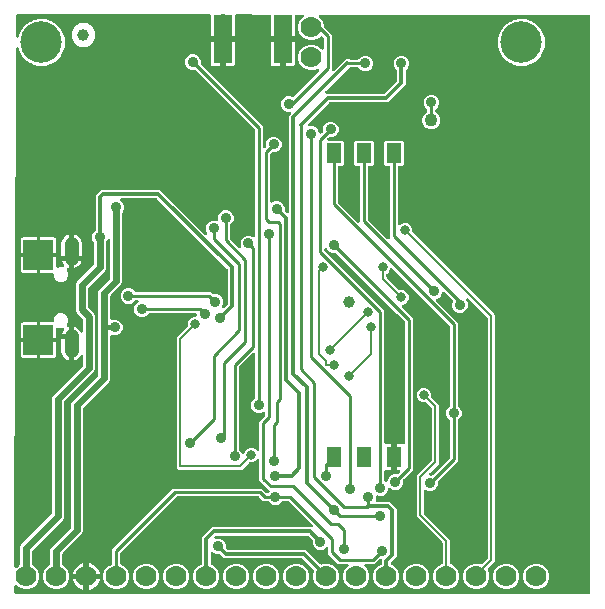
<source format=gbr>
G04 EAGLE Gerber X2 export*
%TF.Part,Single*%
%TF.FileFunction,Copper,L2,Bot,Mixed*%
%TF.FilePolarity,Positive*%
%TF.GenerationSoftware,Autodesk,EAGLE,9.1.0*%
%TF.CreationDate,2018-08-24T06:26:27Z*%
G75*
%MOMM*%
%FSLAX34Y34*%
%LPD*%
%AMOC8*
5,1,8,0,0,1.08239X$1,22.5*%
G01*
%ADD10R,2.500000X2.500000*%
%ADD11C,1.208000*%
%ADD12C,3.516000*%
%ADD13R,1.300000X1.700000*%
%ADD14C,1.100000*%
%ADD15R,1.524000X4.064000*%
%ADD16C,1.000000*%
%ADD17C,1.778000*%
%ADD18C,0.906400*%
%ADD19C,0.800100*%
%ADD20C,0.203200*%
%ADD21C,0.254000*%
%ADD22C,0.304800*%
%ADD23C,0.609600*%
%ADD24C,0.406400*%

G36*
X489068Y2559D02*
X489068Y2559D01*
X489187Y2566D01*
X489225Y2579D01*
X489265Y2583D01*
X489376Y2627D01*
X489489Y2664D01*
X489523Y2686D01*
X489560Y2700D01*
X489657Y2770D01*
X489758Y2834D01*
X489785Y2863D01*
X489818Y2887D01*
X489894Y2979D01*
X489976Y3066D01*
X489995Y3101D01*
X490021Y3132D01*
X490072Y3240D01*
X490130Y3345D01*
X490140Y3383D01*
X490157Y3419D01*
X490179Y3537D01*
X490209Y3652D01*
X490213Y3712D01*
X490217Y3732D01*
X490215Y3752D01*
X490219Y3813D01*
X490219Y312112D01*
X490207Y312210D01*
X490204Y312309D01*
X490187Y312367D01*
X490179Y312427D01*
X490143Y312519D01*
X490115Y312615D01*
X490085Y312667D01*
X490062Y312723D01*
X490004Y312803D01*
X489999Y312813D01*
X489999Y492100D01*
X489984Y492218D01*
X489977Y492336D01*
X489964Y492375D01*
X489959Y492416D01*
X489915Y492526D01*
X489879Y492639D01*
X489857Y492674D01*
X489842Y492712D01*
X489772Y492807D01*
X489709Y492908D01*
X489679Y492936D01*
X489655Y492969D01*
X489564Y493045D01*
X489477Y493126D01*
X489442Y493146D01*
X489410Y493172D01*
X489303Y493222D01*
X489199Y493280D01*
X489159Y493290D01*
X489122Y493307D01*
X489006Y493329D01*
X488891Y493359D01*
X488830Y493363D01*
X488810Y493367D01*
X488790Y493366D01*
X488731Y493370D01*
X261549Y493564D01*
X261411Y493546D01*
X261271Y493533D01*
X261253Y493527D01*
X261233Y493524D01*
X261103Y493473D01*
X260972Y493426D01*
X260956Y493415D01*
X260937Y493407D01*
X260824Y493325D01*
X260709Y493247D01*
X260696Y493232D01*
X260680Y493221D01*
X260591Y493113D01*
X260498Y493009D01*
X260489Y492991D01*
X260477Y492976D01*
X260417Y492850D01*
X260354Y492725D01*
X260349Y492706D01*
X260341Y492688D01*
X260315Y492551D01*
X260284Y492415D01*
X260285Y492395D01*
X260281Y492376D01*
X260290Y492237D01*
X260294Y492097D01*
X260299Y492078D01*
X260300Y492059D01*
X260343Y491926D01*
X260382Y491792D01*
X260392Y491775D01*
X260398Y491756D01*
X260473Y491638D01*
X260544Y491518D01*
X260562Y491497D01*
X260568Y491487D01*
X260583Y491473D01*
X260650Y491397D01*
X263260Y488787D01*
X264923Y484773D01*
X264923Y483224D01*
X264935Y483126D01*
X264938Y483027D01*
X264955Y482968D01*
X264963Y482908D01*
X264999Y482816D01*
X265027Y482721D01*
X265057Y482669D01*
X265080Y482613D01*
X265138Y482532D01*
X265188Y482447D01*
X265254Y482372D01*
X265266Y482355D01*
X265276Y482347D01*
X265294Y482326D01*
X268966Y478654D01*
X271273Y476348D01*
X271273Y447007D01*
X271290Y446869D01*
X271303Y446731D01*
X271310Y446711D01*
X271313Y446691D01*
X271364Y446562D01*
X271411Y446431D01*
X271422Y446414D01*
X271430Y446396D01*
X271511Y446284D01*
X271589Y446168D01*
X271605Y446155D01*
X271616Y446138D01*
X271724Y446050D01*
X271828Y445958D01*
X271846Y445948D01*
X271861Y445936D01*
X271987Y445876D01*
X272111Y445813D01*
X272131Y445809D01*
X272149Y445800D01*
X272285Y445774D01*
X272421Y445743D01*
X272442Y445744D01*
X272461Y445740D01*
X272600Y445749D01*
X272739Y445753D01*
X272759Y445759D01*
X272779Y445760D01*
X272911Y445803D01*
X273045Y445841D01*
X273062Y445852D01*
X273081Y445858D01*
X273199Y445933D01*
X273319Y446003D01*
X273340Y446022D01*
X273350Y446028D01*
X273364Y446043D01*
X273439Y446109D01*
X283007Y455677D01*
X285974Y455677D01*
X285986Y455666D01*
X286039Y455637D01*
X286087Y455600D01*
X286178Y455560D01*
X286264Y455512D01*
X286323Y455497D01*
X286379Y455473D01*
X286477Y455458D01*
X286572Y455433D01*
X286672Y455427D01*
X286693Y455423D01*
X286705Y455425D01*
X286733Y455423D01*
X293213Y455423D01*
X293311Y455435D01*
X293410Y455438D01*
X293468Y455455D01*
X293529Y455463D01*
X293621Y455499D01*
X293716Y455527D01*
X293768Y455557D01*
X293824Y455580D01*
X293904Y455638D01*
X293990Y455688D01*
X294065Y455754D01*
X294082Y455766D01*
X294089Y455776D01*
X294111Y455794D01*
X296001Y457685D01*
X298414Y458685D01*
X301026Y458685D01*
X303439Y457685D01*
X305285Y455839D01*
X306285Y453426D01*
X306285Y450814D01*
X305285Y448401D01*
X303439Y446555D01*
X301026Y445555D01*
X298414Y445555D01*
X296001Y446555D01*
X294111Y448446D01*
X294032Y448506D01*
X293960Y448574D01*
X293907Y448603D01*
X293859Y448640D01*
X293768Y448680D01*
X293682Y448728D01*
X293623Y448743D01*
X293567Y448767D01*
X293469Y448782D01*
X293374Y448807D01*
X293274Y448813D01*
X293253Y448817D01*
X293241Y448815D01*
X293213Y448817D01*
X286733Y448817D01*
X286635Y448805D01*
X286536Y448802D01*
X286478Y448785D01*
X286417Y448777D01*
X286325Y448741D01*
X286230Y448713D01*
X286178Y448683D01*
X286122Y448660D01*
X286042Y448602D01*
X285956Y448552D01*
X285881Y448486D01*
X285864Y448474D01*
X285857Y448464D01*
X285835Y448446D01*
X266023Y428633D01*
X265938Y428524D01*
X265850Y428417D01*
X265841Y428398D01*
X265828Y428382D01*
X265773Y428254D01*
X265714Y428129D01*
X265710Y428109D01*
X265702Y428090D01*
X265680Y427952D01*
X265654Y427816D01*
X265655Y427796D01*
X265652Y427776D01*
X265665Y427637D01*
X265674Y427499D01*
X265680Y427480D01*
X265682Y427460D01*
X265729Y427328D01*
X265772Y427197D01*
X265783Y427179D01*
X265790Y427160D01*
X265868Y427045D01*
X265942Y426928D01*
X265957Y426914D01*
X265968Y426897D01*
X266072Y426805D01*
X266174Y426710D01*
X266192Y426700D01*
X266207Y426687D01*
X266331Y426623D01*
X266452Y426556D01*
X266472Y426551D01*
X266490Y426542D01*
X266626Y426512D01*
X266760Y426477D01*
X266788Y426475D01*
X266800Y426472D01*
X266821Y426473D01*
X266921Y426467D01*
X315501Y426467D01*
X315599Y426479D01*
X315698Y426482D01*
X315756Y426499D01*
X315817Y426507D01*
X315909Y426543D01*
X316004Y426571D01*
X316056Y426601D01*
X316112Y426624D01*
X316192Y426682D01*
X316278Y426732D01*
X316353Y426798D01*
X316370Y426810D01*
X316373Y426815D01*
X316376Y426817D01*
X316382Y426824D01*
X316399Y426838D01*
X326272Y436711D01*
X326332Y436790D01*
X326400Y436862D01*
X326429Y436915D01*
X326466Y436963D01*
X326506Y437054D01*
X326554Y437140D01*
X326569Y437199D01*
X326593Y437255D01*
X326608Y437353D01*
X326633Y437448D01*
X326639Y437548D01*
X326643Y437569D01*
X326641Y437581D01*
X326643Y437609D01*
X326643Y445867D01*
X326631Y445965D01*
X326628Y446064D01*
X326611Y446122D01*
X326603Y446183D01*
X326567Y446275D01*
X326539Y446370D01*
X326509Y446422D01*
X326486Y446478D01*
X326428Y446558D01*
X326378Y446644D01*
X326312Y446719D01*
X326300Y446736D01*
X326290Y446743D01*
X326272Y446765D01*
X324635Y448401D01*
X323635Y450814D01*
X323635Y453426D01*
X324635Y455839D01*
X326481Y457685D01*
X328894Y458685D01*
X331506Y458685D01*
X333919Y457685D01*
X335765Y455839D01*
X336765Y453426D01*
X336765Y450814D01*
X335765Y448401D01*
X334128Y446765D01*
X334068Y446686D01*
X334000Y446614D01*
X333971Y446561D01*
X333934Y446513D01*
X333894Y446422D01*
X333846Y446336D01*
X333831Y446277D01*
X333807Y446221D01*
X333792Y446123D01*
X333767Y446028D01*
X333761Y445928D01*
X333757Y445907D01*
X333759Y445895D01*
X333757Y445867D01*
X333757Y434137D01*
X318973Y419353D01*
X269969Y419353D01*
X269871Y419341D01*
X269772Y419338D01*
X269714Y419321D01*
X269653Y419313D01*
X269561Y419277D01*
X269466Y419249D01*
X269414Y419219D01*
X269358Y419196D01*
X269278Y419138D01*
X269192Y419088D01*
X269117Y419022D01*
X269100Y419010D01*
X269093Y419000D01*
X269071Y418982D01*
X251044Y400954D01*
X251001Y400899D01*
X250951Y400851D01*
X250905Y400774D01*
X250849Y400703D01*
X250822Y400639D01*
X250785Y400580D01*
X250759Y400494D01*
X250723Y400411D01*
X250712Y400342D01*
X250692Y400276D01*
X250687Y400186D01*
X250673Y400097D01*
X250680Y400028D01*
X250676Y399958D01*
X250695Y399870D01*
X250703Y399781D01*
X250727Y399715D01*
X250741Y399647D01*
X250780Y399566D01*
X250811Y399481D01*
X250850Y399424D01*
X250881Y399361D01*
X250939Y399293D01*
X250989Y399218D01*
X251042Y399172D01*
X251087Y399119D01*
X251160Y399067D01*
X251228Y399008D01*
X251290Y398976D01*
X251347Y398936D01*
X251431Y398904D01*
X251511Y398863D01*
X251579Y398848D01*
X251644Y398823D01*
X251734Y398813D01*
X251821Y398793D01*
X251891Y398796D01*
X251960Y398788D01*
X252049Y398800D01*
X252139Y398803D01*
X252206Y398822D01*
X252275Y398832D01*
X252428Y398884D01*
X252694Y398995D01*
X255306Y398995D01*
X257719Y397995D01*
X259565Y396149D01*
X260649Y393532D01*
X260674Y393489D01*
X260691Y393442D01*
X260752Y393351D01*
X260807Y393256D01*
X260841Y393220D01*
X260869Y393179D01*
X260952Y393106D01*
X261028Y393027D01*
X261070Y393001D01*
X261108Y392968D01*
X261205Y392918D01*
X261299Y392861D01*
X261347Y392846D01*
X261391Y392824D01*
X261498Y392800D01*
X261603Y392767D01*
X261653Y392765D01*
X261701Y392754D01*
X261811Y392757D01*
X261921Y392752D01*
X261969Y392762D01*
X262019Y392764D01*
X262125Y392794D01*
X262232Y392816D01*
X262277Y392838D01*
X262325Y392852D01*
X262419Y392908D01*
X262518Y392956D01*
X262556Y392988D01*
X262599Y393014D01*
X262719Y393120D01*
X263574Y393974D01*
X263634Y394052D01*
X263702Y394125D01*
X263731Y394178D01*
X263768Y394226D01*
X263808Y394316D01*
X263856Y394403D01*
X263871Y394462D01*
X263895Y394517D01*
X263910Y394615D01*
X263935Y394711D01*
X263941Y394811D01*
X263945Y394832D01*
X263943Y394844D01*
X263945Y394872D01*
X263945Y397546D01*
X264945Y399959D01*
X266791Y401805D01*
X269204Y402805D01*
X271816Y402805D01*
X274229Y401805D01*
X276075Y399959D01*
X277075Y397546D01*
X277075Y394934D01*
X276075Y392521D01*
X274229Y390675D01*
X271816Y389675D01*
X269142Y389675D01*
X269044Y389663D01*
X268945Y389660D01*
X268886Y389643D01*
X268826Y389635D01*
X268734Y389599D01*
X268639Y389571D01*
X268587Y389541D01*
X268531Y389518D01*
X268450Y389460D01*
X268365Y389410D01*
X268290Y389344D01*
X268273Y389332D01*
X268268Y389325D01*
X268263Y389321D01*
X268259Y389316D01*
X268244Y389304D01*
X267790Y388850D01*
X267705Y388740D01*
X267616Y388633D01*
X267608Y388614D01*
X267595Y388598D01*
X267540Y388471D01*
X267481Y388345D01*
X267477Y388325D01*
X267469Y388306D01*
X267447Y388169D01*
X267421Y388032D01*
X267422Y388012D01*
X267419Y387992D01*
X267432Y387853D01*
X267441Y387715D01*
X267447Y387696D01*
X267449Y387676D01*
X267496Y387544D01*
X267539Y387413D01*
X267550Y387396D01*
X267556Y387376D01*
X267635Y387261D01*
X267709Y387144D01*
X267724Y387130D01*
X267735Y387113D01*
X267839Y387021D01*
X267941Y386926D01*
X267958Y386916D01*
X267973Y386903D01*
X268098Y386839D01*
X268219Y386772D01*
X268239Y386767D01*
X268257Y386758D01*
X268393Y386728D01*
X268527Y386693D01*
X268555Y386691D01*
X268567Y386688D01*
X268588Y386689D01*
X268688Y386683D01*
X280172Y386683D01*
X281363Y385492D01*
X281363Y366808D01*
X280172Y365617D01*
X277402Y365617D01*
X277284Y365602D01*
X277165Y365595D01*
X277127Y365582D01*
X277086Y365577D01*
X276976Y365534D01*
X276863Y365497D01*
X276828Y365475D01*
X276791Y365460D01*
X276695Y365391D01*
X276594Y365327D01*
X276566Y365297D01*
X276533Y365274D01*
X276457Y365182D01*
X276376Y365095D01*
X276356Y365060D01*
X276331Y365029D01*
X276280Y364921D01*
X276222Y364817D01*
X276212Y364777D01*
X276195Y364741D01*
X276173Y364624D01*
X276143Y364509D01*
X276139Y364449D01*
X276135Y364429D01*
X276137Y364408D01*
X276133Y364348D01*
X276133Y334854D01*
X276145Y334756D01*
X276148Y334657D01*
X276165Y334598D01*
X276173Y334538D01*
X276209Y334446D01*
X276237Y334351D01*
X276267Y334299D01*
X276290Y334243D01*
X276348Y334163D01*
X276398Y334077D01*
X276464Y334002D01*
X276476Y333985D01*
X276486Y333977D01*
X276504Y333956D01*
X292761Y317700D01*
X292870Y317615D01*
X292977Y317526D01*
X292996Y317518D01*
X293012Y317505D01*
X293140Y317450D01*
X293265Y317391D01*
X293285Y317387D01*
X293304Y317379D01*
X293442Y317357D01*
X293578Y317331D01*
X293598Y317332D01*
X293618Y317329D01*
X293757Y317342D01*
X293895Y317351D01*
X293914Y317357D01*
X293934Y317359D01*
X294066Y317406D01*
X294197Y317449D01*
X294215Y317460D01*
X294234Y317467D01*
X294349Y317545D01*
X294466Y317619D01*
X294480Y317634D01*
X294497Y317645D01*
X294589Y317749D01*
X294684Y317851D01*
X294694Y317868D01*
X294707Y317884D01*
X294771Y318007D01*
X294838Y318129D01*
X294843Y318149D01*
X294852Y318167D01*
X294882Y318303D01*
X294917Y318437D01*
X294919Y318465D01*
X294922Y318477D01*
X294921Y318497D01*
X294927Y318598D01*
X294927Y364348D01*
X294912Y364466D01*
X294905Y364585D01*
X294892Y364623D01*
X294887Y364664D01*
X294844Y364774D01*
X294807Y364887D01*
X294785Y364922D01*
X294770Y364959D01*
X294701Y365055D01*
X294637Y365156D01*
X294607Y365184D01*
X294584Y365217D01*
X294492Y365293D01*
X294405Y365374D01*
X294370Y365394D01*
X294339Y365419D01*
X294231Y365470D01*
X294127Y365528D01*
X294087Y365538D01*
X294051Y365555D01*
X293934Y365577D01*
X293819Y365607D01*
X293759Y365611D01*
X293739Y365615D01*
X293718Y365613D01*
X293658Y365617D01*
X290888Y365617D01*
X289697Y366808D01*
X289697Y385492D01*
X290888Y386683D01*
X305572Y386683D01*
X306763Y385492D01*
X306763Y366808D01*
X305572Y365617D01*
X302802Y365617D01*
X302684Y365602D01*
X302565Y365595D01*
X302527Y365582D01*
X302486Y365577D01*
X302376Y365534D01*
X302263Y365497D01*
X302228Y365475D01*
X302191Y365460D01*
X302095Y365391D01*
X301994Y365327D01*
X301966Y365297D01*
X301933Y365274D01*
X301857Y365182D01*
X301776Y365095D01*
X301756Y365060D01*
X301731Y365029D01*
X301680Y364921D01*
X301622Y364817D01*
X301612Y364777D01*
X301595Y364741D01*
X301573Y364624D01*
X301543Y364509D01*
X301539Y364449D01*
X301535Y364429D01*
X301537Y364408D01*
X301533Y364348D01*
X301533Y320884D01*
X301545Y320786D01*
X301548Y320687D01*
X301565Y320628D01*
X301573Y320568D01*
X301609Y320476D01*
X301637Y320381D01*
X301667Y320329D01*
X301690Y320273D01*
X301748Y320193D01*
X301798Y320107D01*
X301864Y320032D01*
X301876Y320015D01*
X301886Y320007D01*
X301904Y319986D01*
X318161Y303730D01*
X318270Y303645D01*
X318377Y303556D01*
X318396Y303548D01*
X318412Y303535D01*
X318540Y303480D01*
X318665Y303421D01*
X318685Y303417D01*
X318704Y303409D01*
X318842Y303387D01*
X318978Y303361D01*
X318998Y303362D01*
X319018Y303359D01*
X319157Y303372D01*
X319295Y303381D01*
X319314Y303387D01*
X319334Y303389D01*
X319466Y303436D01*
X319597Y303479D01*
X319615Y303490D01*
X319634Y303497D01*
X319749Y303575D01*
X319866Y303649D01*
X319880Y303664D01*
X319897Y303675D01*
X319989Y303779D01*
X320084Y303881D01*
X320094Y303898D01*
X320107Y303914D01*
X320171Y304037D01*
X320238Y304159D01*
X320243Y304179D01*
X320252Y304197D01*
X320282Y304333D01*
X320317Y304467D01*
X320319Y304495D01*
X320322Y304507D01*
X320321Y304528D01*
X320327Y304628D01*
X320327Y364348D01*
X320312Y364466D01*
X320305Y364585D01*
X320292Y364623D01*
X320287Y364664D01*
X320244Y364774D01*
X320207Y364887D01*
X320185Y364922D01*
X320170Y364959D01*
X320101Y365055D01*
X320037Y365156D01*
X320007Y365184D01*
X319984Y365217D01*
X319892Y365293D01*
X319805Y365374D01*
X319770Y365394D01*
X319739Y365419D01*
X319631Y365470D01*
X319527Y365528D01*
X319487Y365538D01*
X319451Y365555D01*
X319334Y365577D01*
X319219Y365607D01*
X319159Y365611D01*
X319139Y365615D01*
X319118Y365613D01*
X319058Y365617D01*
X316288Y365617D01*
X315097Y366808D01*
X315097Y385492D01*
X316288Y386683D01*
X330972Y386683D01*
X332163Y385492D01*
X332163Y366808D01*
X330972Y365617D01*
X328202Y365617D01*
X328084Y365602D01*
X327965Y365595D01*
X327927Y365582D01*
X327886Y365577D01*
X327776Y365534D01*
X327663Y365497D01*
X327628Y365475D01*
X327591Y365460D01*
X327495Y365391D01*
X327394Y365327D01*
X327366Y365297D01*
X327333Y365274D01*
X327257Y365182D01*
X327176Y365095D01*
X327156Y365060D01*
X327131Y365029D01*
X327080Y364921D01*
X327022Y364817D01*
X327012Y364777D01*
X326995Y364741D01*
X326973Y364624D01*
X326943Y364509D01*
X326939Y364449D01*
X326935Y364429D01*
X326937Y364408D01*
X326933Y364348D01*
X326933Y316304D01*
X326950Y316166D01*
X326963Y316028D01*
X326970Y316009D01*
X326973Y315989D01*
X327024Y315860D01*
X327071Y315729D01*
X327082Y315712D01*
X327090Y315693D01*
X327171Y315581D01*
X327249Y315465D01*
X327265Y315452D01*
X327276Y315436D01*
X327384Y315347D01*
X327488Y315255D01*
X327506Y315246D01*
X327521Y315233D01*
X327647Y315174D01*
X327771Y315110D01*
X327791Y315106D01*
X327809Y315097D01*
X327946Y315071D01*
X328081Y315041D01*
X328102Y315041D01*
X328121Y315038D01*
X328260Y315046D01*
X328399Y315050D01*
X328419Y315056D01*
X328439Y315057D01*
X328571Y315100D01*
X328705Y315139D01*
X328722Y315149D01*
X328741Y315155D01*
X328859Y315230D01*
X328979Y315300D01*
X329000Y315319D01*
X329010Y315325D01*
X329024Y315340D01*
X329099Y315407D01*
X329957Y316265D01*
X332175Y317183D01*
X334575Y317183D01*
X336793Y316265D01*
X338490Y314568D01*
X339408Y312350D01*
X339408Y309954D01*
X339421Y309856D01*
X339424Y309757D01*
X339440Y309699D01*
X339448Y309639D01*
X339485Y309546D01*
X339512Y309451D01*
X339543Y309399D01*
X339565Y309343D01*
X339623Y309263D01*
X339674Y309177D01*
X339740Y309102D01*
X339752Y309086D01*
X339761Y309078D01*
X339780Y309057D01*
X409449Y239388D01*
X409449Y30487D01*
X403550Y24589D01*
X403532Y24566D01*
X403510Y24546D01*
X403435Y24440D01*
X403355Y24338D01*
X403344Y24311D01*
X403327Y24286D01*
X403281Y24165D01*
X403229Y24046D01*
X403225Y24017D01*
X403214Y23989D01*
X403200Y23860D01*
X403179Y23732D01*
X403182Y23702D01*
X403179Y23673D01*
X403197Y23544D01*
X403209Y23415D01*
X403219Y23387D01*
X403223Y23358D01*
X403275Y23206D01*
X404623Y19953D01*
X404623Y15607D01*
X402960Y11593D01*
X399887Y8520D01*
X395873Y6857D01*
X391527Y6857D01*
X387513Y8520D01*
X384440Y11593D01*
X382777Y15607D01*
X382777Y19953D01*
X384440Y23967D01*
X387513Y27040D01*
X391527Y28703D01*
X395873Y28703D01*
X397330Y28099D01*
X397358Y28091D01*
X397384Y28078D01*
X397511Y28050D01*
X397636Y28015D01*
X397666Y28015D01*
X397695Y28008D01*
X397824Y28012D01*
X397954Y28010D01*
X397983Y28017D01*
X398013Y28018D01*
X398137Y28054D01*
X398264Y28084D01*
X398290Y28098D01*
X398318Y28106D01*
X398430Y28172D01*
X398545Y28233D01*
X398567Y28253D01*
X398592Y28268D01*
X398713Y28374D01*
X402980Y32641D01*
X403040Y32719D01*
X403108Y32791D01*
X403137Y32844D01*
X403174Y32892D01*
X403214Y32983D01*
X403262Y33070D01*
X403277Y33129D01*
X403301Y33184D01*
X403316Y33282D01*
X403341Y33378D01*
X403347Y33478D01*
X403351Y33498D01*
X403349Y33511D01*
X403351Y33539D01*
X403351Y236336D01*
X403339Y236435D01*
X403336Y236534D01*
X403319Y236592D01*
X403311Y236652D01*
X403275Y236744D01*
X403247Y236839D01*
X403217Y236891D01*
X403194Y236948D01*
X403136Y237028D01*
X403086Y237113D01*
X403020Y237188D01*
X403008Y237205D01*
X402998Y237213D01*
X402980Y237234D01*
X387297Y252916D01*
X387242Y252959D01*
X387194Y253009D01*
X387117Y253056D01*
X387046Y253111D01*
X386982Y253139D01*
X386923Y253175D01*
X386837Y253202D01*
X386754Y253237D01*
X386685Y253248D01*
X386619Y253269D01*
X386529Y253273D01*
X386440Y253287D01*
X386371Y253281D01*
X386301Y253284D01*
X386213Y253266D01*
X386124Y253257D01*
X386058Y253234D01*
X385990Y253220D01*
X385909Y253180D01*
X385824Y253150D01*
X385767Y253111D01*
X385704Y253080D01*
X385635Y253022D01*
X385561Y252971D01*
X385515Y252919D01*
X385462Y252874D01*
X385410Y252800D01*
X385351Y252733D01*
X385319Y252671D01*
X385279Y252614D01*
X385247Y252530D01*
X385206Y252450D01*
X385191Y252381D01*
X385166Y252316D01*
X385156Y252227D01*
X385136Y252139D01*
X385139Y252069D01*
X385131Y252000D01*
X385143Y251911D01*
X385146Y251821D01*
X385165Y251754D01*
X385175Y251685D01*
X385227Y251533D01*
X386295Y248956D01*
X386295Y246344D01*
X385295Y243931D01*
X383449Y242085D01*
X381036Y241085D01*
X378424Y241085D01*
X376011Y242085D01*
X374165Y243931D01*
X373165Y246344D01*
X373165Y248956D01*
X373757Y250384D01*
X373765Y250413D01*
X373778Y250439D01*
X373807Y250566D01*
X373841Y250691D01*
X373841Y250720D01*
X373848Y250749D01*
X373844Y250879D01*
X373846Y251009D01*
X373839Y251038D01*
X373838Y251067D01*
X373802Y251192D01*
X373772Y251318D01*
X373758Y251344D01*
X373750Y251373D01*
X373684Y251484D01*
X373623Y251599D01*
X373603Y251621D01*
X373588Y251647D01*
X373482Y251767D01*
X366859Y258390D01*
X366820Y258420D01*
X366787Y258457D01*
X366695Y258517D01*
X366608Y258585D01*
X366562Y258605D01*
X366521Y258632D01*
X366417Y258668D01*
X366316Y258711D01*
X366267Y258719D01*
X366220Y258735D01*
X366111Y258744D01*
X366002Y258761D01*
X365953Y258756D01*
X365903Y258760D01*
X365795Y258742D01*
X365685Y258731D01*
X365639Y258714D01*
X365590Y258706D01*
X365490Y258661D01*
X365386Y258624D01*
X365345Y258596D01*
X365300Y258575D01*
X365214Y258507D01*
X365123Y258445D01*
X365090Y258408D01*
X365051Y258377D01*
X364985Y258289D01*
X364913Y258207D01*
X364890Y258162D01*
X364860Y258123D01*
X364789Y257978D01*
X363705Y255361D01*
X361859Y253515D01*
X360140Y252803D01*
X360097Y252778D01*
X360050Y252761D01*
X359959Y252700D01*
X359864Y252645D01*
X359828Y252611D01*
X359787Y252583D01*
X359714Y252500D01*
X359635Y252424D01*
X359609Y252382D01*
X359576Y252344D01*
X359526Y252246D01*
X359469Y252153D01*
X359454Y252105D01*
X359432Y252061D01*
X359408Y251954D01*
X359375Y251849D01*
X359373Y251799D01*
X359362Y251751D01*
X359365Y251641D01*
X359360Y251531D01*
X359370Y251483D01*
X359372Y251433D01*
X359402Y251327D01*
X359425Y251220D01*
X359446Y251175D01*
X359460Y251127D01*
X359516Y251033D01*
X359564Y250934D01*
X359597Y250896D01*
X359622Y250853D01*
X359728Y250733D01*
X375646Y234814D01*
X377953Y232508D01*
X377953Y162717D01*
X377965Y162619D01*
X377968Y162520D01*
X377985Y162462D01*
X377993Y162401D01*
X378029Y162309D01*
X378057Y162214D01*
X378087Y162162D01*
X378110Y162106D01*
X378168Y162026D01*
X378218Y161940D01*
X378284Y161865D01*
X378296Y161848D01*
X378306Y161841D01*
X378324Y161819D01*
X380215Y159929D01*
X381215Y157516D01*
X381215Y154904D01*
X380215Y152491D01*
X378324Y150601D01*
X378264Y150522D01*
X378196Y150450D01*
X378167Y150397D01*
X378130Y150349D01*
X378090Y150258D01*
X378042Y150172D01*
X378027Y150113D01*
X378003Y150057D01*
X377988Y149959D01*
X377963Y149864D01*
X377957Y149764D01*
X377953Y149743D01*
X377955Y149731D01*
X377953Y149703D01*
X377953Y115472D01*
X361266Y98786D01*
X361206Y98707D01*
X361138Y98635D01*
X361109Y98582D01*
X361072Y98534D01*
X361032Y98443D01*
X360984Y98357D01*
X360969Y98298D01*
X360945Y98243D01*
X360930Y98145D01*
X360905Y98049D01*
X360899Y97949D01*
X360895Y97928D01*
X360897Y97916D01*
X360895Y97888D01*
X360895Y95214D01*
X359895Y92801D01*
X358049Y90955D01*
X355636Y89955D01*
X353024Y89955D01*
X350879Y90844D01*
X350831Y90857D01*
X350786Y90878D01*
X350678Y90899D01*
X350572Y90928D01*
X350522Y90929D01*
X350473Y90938D01*
X350364Y90931D01*
X350254Y90933D01*
X350206Y90921D01*
X350156Y90918D01*
X350052Y90884D01*
X349945Y90859D01*
X349901Y90836D01*
X349854Y90820D01*
X349761Y90761D01*
X349664Y90710D01*
X349627Y90677D01*
X349585Y90650D01*
X349510Y90570D01*
X349428Y90496D01*
X349401Y90455D01*
X349367Y90418D01*
X349314Y90322D01*
X349254Y90230D01*
X349237Y90183D01*
X349213Y90140D01*
X349186Y90034D01*
X349150Y89930D01*
X349146Y89880D01*
X349134Y89832D01*
X349124Y89671D01*
X349124Y71639D01*
X349136Y71540D01*
X349139Y71441D01*
X349156Y71383D01*
X349164Y71323D01*
X349200Y71231D01*
X349228Y71136D01*
X349258Y71084D01*
X349281Y71027D01*
X349339Y70947D01*
X349389Y70862D01*
X349455Y70787D01*
X349467Y70770D01*
X349477Y70762D01*
X349495Y70741D01*
X371349Y48888D01*
X371349Y29188D01*
X371352Y29159D01*
X371350Y29129D01*
X371366Y29035D01*
X371371Y28961D01*
X371381Y28929D01*
X371389Y28872D01*
X371399Y28845D01*
X371404Y28816D01*
X371453Y28708D01*
X371469Y28659D01*
X371480Y28642D01*
X371506Y28577D01*
X371523Y28553D01*
X371535Y28526D01*
X371616Y28424D01*
X371626Y28411D01*
X371639Y28390D01*
X371645Y28384D01*
X371692Y28319D01*
X371715Y28301D01*
X371734Y28277D01*
X371837Y28199D01*
X371937Y28117D01*
X371964Y28104D01*
X371988Y28086D01*
X372132Y28015D01*
X374487Y27040D01*
X377560Y23967D01*
X379223Y19953D01*
X379223Y15607D01*
X377560Y11593D01*
X374487Y8520D01*
X370473Y6857D01*
X366127Y6857D01*
X362113Y8520D01*
X359040Y11593D01*
X357377Y15607D01*
X357377Y19953D01*
X359040Y23967D01*
X362113Y27040D01*
X364468Y28015D01*
X364493Y28030D01*
X364521Y28039D01*
X364631Y28108D01*
X364744Y28173D01*
X364765Y28193D01*
X364790Y28209D01*
X364848Y28271D01*
X364851Y28273D01*
X364856Y28279D01*
X364879Y28304D01*
X364972Y28394D01*
X364988Y28419D01*
X365008Y28441D01*
X365044Y28507D01*
X365053Y28518D01*
X365071Y28555D01*
X365139Y28665D01*
X365147Y28693D01*
X365162Y28719D01*
X365178Y28781D01*
X365189Y28805D01*
X365201Y28866D01*
X365232Y28969D01*
X365234Y28999D01*
X365241Y29027D01*
X365246Y29103D01*
X365249Y29118D01*
X365248Y29133D01*
X365251Y29188D01*
X365251Y45836D01*
X365239Y45935D01*
X365236Y46034D01*
X365219Y46092D01*
X365211Y46152D01*
X365175Y46244D01*
X365147Y46339D01*
X365117Y46391D01*
X365094Y46448D01*
X365036Y46528D01*
X364986Y46613D01*
X364920Y46688D01*
X364908Y46705D01*
X364898Y46713D01*
X364880Y46734D01*
X343026Y68587D01*
X343026Y102863D01*
X355355Y115191D01*
X355415Y115269D01*
X355483Y115341D01*
X355512Y115394D01*
X355549Y115442D01*
X355589Y115533D01*
X355637Y115620D01*
X355652Y115679D01*
X355676Y115734D01*
X355691Y115832D01*
X355716Y115928D01*
X355722Y116028D01*
X355726Y116048D01*
X355724Y116061D01*
X355726Y116089D01*
X355726Y160136D01*
X355714Y160235D01*
X355711Y160334D01*
X355694Y160392D01*
X355686Y160452D01*
X355650Y160544D01*
X355622Y160639D01*
X355592Y160691D01*
X355569Y160748D01*
X355511Y160828D01*
X355461Y160913D01*
X355395Y160988D01*
X355383Y161005D01*
X355373Y161013D01*
X355355Y161034D01*
X351343Y165045D01*
X351265Y165106D01*
X351193Y165174D01*
X351140Y165203D01*
X351092Y165240D01*
X351001Y165279D01*
X350915Y165327D01*
X350856Y165342D01*
X350800Y165366D01*
X350702Y165382D01*
X350607Y165407D01*
X350507Y165413D01*
X350486Y165416D01*
X350474Y165415D01*
X350446Y165417D01*
X348050Y165417D01*
X345832Y166335D01*
X344135Y168032D01*
X343217Y170250D01*
X343217Y172650D01*
X344135Y174868D01*
X345832Y176565D01*
X348050Y177483D01*
X350450Y177483D01*
X352668Y176565D01*
X354365Y174868D01*
X355283Y172650D01*
X355283Y170254D01*
X355296Y170156D01*
X355299Y170057D01*
X355315Y169999D01*
X355323Y169939D01*
X355360Y169846D01*
X355387Y169751D01*
X355418Y169699D01*
X355440Y169643D01*
X355498Y169563D01*
X355549Y169477D01*
X355615Y169402D01*
X355627Y169385D01*
X355636Y169378D01*
X355655Y169357D01*
X359666Y165345D01*
X361824Y163188D01*
X361824Y113037D01*
X354038Y105251D01*
X353953Y105142D01*
X353864Y105035D01*
X353856Y105016D01*
X353843Y105000D01*
X353788Y104872D01*
X353729Y104747D01*
X353725Y104727D01*
X353717Y104708D01*
X353695Y104570D01*
X353669Y104434D01*
X353670Y104414D01*
X353667Y104394D01*
X353680Y104255D01*
X353689Y104117D01*
X353695Y104098D01*
X353697Y104078D01*
X353744Y103946D01*
X353787Y103815D01*
X353797Y103797D01*
X353804Y103778D01*
X353882Y103663D01*
X353957Y103546D01*
X353972Y103532D01*
X353983Y103515D01*
X354087Y103423D01*
X354188Y103328D01*
X354206Y103318D01*
X354221Y103305D01*
X354345Y103241D01*
X354467Y103174D01*
X354486Y103169D01*
X354505Y103160D01*
X354640Y103130D01*
X354775Y103095D01*
X354803Y103093D01*
X354815Y103090D01*
X354835Y103091D01*
X354936Y103085D01*
X355698Y103085D01*
X355796Y103097D01*
X355895Y103100D01*
X355954Y103117D01*
X356014Y103125D01*
X356106Y103161D01*
X356201Y103189D01*
X356253Y103219D01*
X356309Y103242D01*
X356389Y103300D01*
X356475Y103350D01*
X356550Y103416D01*
X356567Y103428D01*
X356575Y103438D01*
X356596Y103456D01*
X370976Y117836D01*
X371036Y117915D01*
X371104Y117987D01*
X371133Y118040D01*
X371170Y118088D01*
X371210Y118179D01*
X371258Y118265D01*
X371273Y118324D01*
X371297Y118379D01*
X371312Y118477D01*
X371337Y118573D01*
X371343Y118673D01*
X371347Y118694D01*
X371345Y118706D01*
X371347Y118734D01*
X371347Y149703D01*
X371335Y149801D01*
X371332Y149900D01*
X371315Y149958D01*
X371307Y150019D01*
X371271Y150111D01*
X371243Y150206D01*
X371213Y150258D01*
X371190Y150314D01*
X371132Y150394D01*
X371082Y150480D01*
X371016Y150555D01*
X371004Y150572D01*
X370994Y150579D01*
X370976Y150601D01*
X369085Y152491D01*
X368085Y154904D01*
X368085Y157516D01*
X369085Y159929D01*
X370976Y161819D01*
X371036Y161898D01*
X371104Y161970D01*
X371133Y162023D01*
X371170Y162071D01*
X371210Y162162D01*
X371258Y162248D01*
X371273Y162307D01*
X371297Y162363D01*
X371312Y162461D01*
X371337Y162556D01*
X371343Y162656D01*
X371347Y162677D01*
X371345Y162689D01*
X371347Y162717D01*
X371347Y229246D01*
X371335Y229344D01*
X371332Y229443D01*
X371315Y229502D01*
X371307Y229562D01*
X371271Y229654D01*
X371243Y229749D01*
X371213Y229801D01*
X371190Y229857D01*
X371132Y229937D01*
X371082Y230023D01*
X371016Y230098D01*
X371004Y230115D01*
X370994Y230123D01*
X370976Y230144D01*
X322452Y278668D01*
X322412Y278698D01*
X322379Y278735D01*
X322287Y278795D01*
X322200Y278863D01*
X322155Y278882D01*
X322113Y278910D01*
X322009Y278945D01*
X321908Y278989D01*
X321859Y278997D01*
X321812Y279013D01*
X321703Y279022D01*
X321594Y279039D01*
X321545Y279034D01*
X321495Y279038D01*
X321387Y279019D01*
X321278Y279009D01*
X321231Y278992D01*
X321182Y278984D01*
X321082Y278939D01*
X320978Y278901D01*
X320937Y278873D01*
X320892Y278853D01*
X320806Y278785D01*
X320715Y278723D01*
X320682Y278686D01*
X320644Y278655D01*
X320577Y278567D01*
X320505Y278484D01*
X320482Y278440D01*
X320452Y278400D01*
X320381Y278256D01*
X319440Y275982D01*
X317745Y274288D01*
X317685Y274210D01*
X317617Y274138D01*
X317588Y274085D01*
X317551Y274037D01*
X317511Y273946D01*
X317463Y273859D01*
X317448Y273801D01*
X317424Y273745D01*
X317409Y273647D01*
X317384Y273551D01*
X317378Y273451D01*
X317374Y273431D01*
X317376Y273419D01*
X317374Y273391D01*
X317374Y271664D01*
X317386Y271565D01*
X317389Y271466D01*
X317406Y271408D01*
X317414Y271348D01*
X317450Y271256D01*
X317478Y271161D01*
X317508Y271109D01*
X317531Y271052D01*
X317589Y270972D01*
X317639Y270887D01*
X317705Y270812D01*
X317717Y270795D01*
X317727Y270787D01*
X317745Y270766D01*
X328107Y260405D01*
X328185Y260344D01*
X328257Y260276D01*
X328310Y260247D01*
X328358Y260210D01*
X328449Y260171D01*
X328535Y260123D01*
X328594Y260108D01*
X328650Y260084D01*
X328748Y260068D01*
X328843Y260043D01*
X328943Y260037D01*
X328964Y260034D01*
X328976Y260035D01*
X329004Y260033D01*
X331400Y260033D01*
X333618Y259115D01*
X335315Y257418D01*
X336233Y255200D01*
X336233Y252800D01*
X335315Y250582D01*
X333618Y248885D01*
X331167Y247870D01*
X331052Y247829D01*
X331035Y247817D01*
X331016Y247810D01*
X330904Y247728D01*
X330789Y247650D01*
X330775Y247635D01*
X330759Y247623D01*
X330670Y247516D01*
X330578Y247412D01*
X330569Y247394D01*
X330556Y247378D01*
X330497Y247252D01*
X330434Y247128D01*
X330429Y247109D01*
X330421Y247090D01*
X330394Y246954D01*
X330364Y246818D01*
X330365Y246798D01*
X330361Y246778D01*
X330369Y246640D01*
X330374Y246500D01*
X330379Y246481D01*
X330380Y246461D01*
X330423Y246329D01*
X330462Y246195D01*
X330472Y246177D01*
X330479Y246158D01*
X330553Y246041D01*
X330624Y245921D01*
X330642Y245900D01*
X330649Y245889D01*
X330664Y245875D01*
X330730Y245800D01*
X331232Y245298D01*
X331232Y245283D01*
X331249Y245224D01*
X331257Y245164D01*
X331293Y245072D01*
X331321Y244977D01*
X331351Y244925D01*
X331374Y244869D01*
X331432Y244789D01*
X331482Y244703D01*
X331548Y244628D01*
X331560Y244611D01*
X331570Y244603D01*
X331588Y244582D01*
X339853Y236318D01*
X339853Y107852D01*
X332056Y100056D01*
X331996Y99977D01*
X331928Y99905D01*
X331899Y99852D01*
X331862Y99804D01*
X331822Y99713D01*
X331774Y99627D01*
X331759Y99568D01*
X331735Y99513D01*
X331720Y99415D01*
X331695Y99319D01*
X331689Y99219D01*
X331685Y99198D01*
X331687Y99186D01*
X331685Y99158D01*
X331685Y96484D01*
X330685Y94071D01*
X328839Y92225D01*
X326426Y91225D01*
X323814Y91225D01*
X321401Y92225D01*
X321152Y92475D01*
X321042Y92560D01*
X320935Y92648D01*
X320916Y92657D01*
X320900Y92670D01*
X320773Y92725D01*
X320647Y92784D01*
X320627Y92788D01*
X320608Y92796D01*
X320471Y92818D01*
X320334Y92844D01*
X320314Y92843D01*
X320294Y92846D01*
X320155Y92833D01*
X320017Y92824D01*
X319998Y92818D01*
X319978Y92816D01*
X319846Y92769D01*
X319715Y92726D01*
X319698Y92715D01*
X319678Y92708D01*
X319563Y92630D01*
X319446Y92556D01*
X319432Y92541D01*
X319415Y92530D01*
X319323Y92426D01*
X319228Y92324D01*
X319218Y92307D01*
X319205Y92291D01*
X319141Y92167D01*
X319074Y92046D01*
X319069Y92026D01*
X319060Y92008D01*
X319030Y91872D01*
X318995Y91738D01*
X318993Y91710D01*
X318990Y91698D01*
X318991Y91677D01*
X318985Y91577D01*
X318985Y91404D01*
X317985Y88991D01*
X316139Y87145D01*
X313726Y86145D01*
X311114Y86145D01*
X310580Y86367D01*
X310532Y86380D01*
X310487Y86401D01*
X310379Y86422D01*
X310273Y86451D01*
X310223Y86451D01*
X310174Y86461D01*
X310065Y86454D01*
X309955Y86456D01*
X309907Y86444D01*
X309857Y86441D01*
X309753Y86407D01*
X309646Y86382D01*
X309602Y86358D01*
X309555Y86343D01*
X309462Y86284D01*
X309365Y86233D01*
X309328Y86199D01*
X309286Y86173D01*
X309211Y86093D01*
X309129Y86019D01*
X309102Y85977D01*
X309068Y85941D01*
X309015Y85845D01*
X308955Y85753D01*
X308938Y85706D01*
X308914Y85663D01*
X308887Y85556D01*
X308851Y85452D01*
X308847Y85403D01*
X308835Y85355D01*
X308825Y85194D01*
X308825Y83784D01*
X308409Y82782D01*
X308396Y82734D01*
X308375Y82689D01*
X308355Y82581D01*
X308326Y82475D01*
X308325Y82425D01*
X308315Y82376D01*
X308322Y82267D01*
X308320Y82157D01*
X308332Y82109D01*
X308335Y82059D01*
X308369Y81955D01*
X308395Y81848D01*
X308418Y81804D01*
X308433Y81757D01*
X308492Y81664D01*
X308543Y81567D01*
X308577Y81530D01*
X308603Y81488D01*
X308683Y81413D01*
X308757Y81331D01*
X308799Y81304D01*
X308835Y81270D01*
X308931Y81217D01*
X309023Y81157D01*
X309070Y81140D01*
X309113Y81116D01*
X309220Y81089D01*
X309324Y81053D01*
X309373Y81049D01*
X309421Y81037D01*
X309582Y81027D01*
X320243Y81027D01*
X322698Y78572D01*
X322698Y78571D01*
X323681Y77588D01*
X323682Y77588D01*
X326137Y75133D01*
X326137Y34087D01*
X321780Y29730D01*
X321749Y29690D01*
X321712Y29657D01*
X321652Y29565D01*
X321585Y29478D01*
X321565Y29433D01*
X321538Y29391D01*
X321502Y29287D01*
X321458Y29186D01*
X321450Y29137D01*
X321434Y29090D01*
X321426Y28981D01*
X321408Y28872D01*
X321413Y28823D01*
X321409Y28773D01*
X321428Y28665D01*
X321438Y28556D01*
X321455Y28509D01*
X321464Y28460D01*
X321509Y28360D01*
X321546Y28256D01*
X321574Y28215D01*
X321594Y28170D01*
X321663Y28084D01*
X321724Y27993D01*
X321762Y27960D01*
X321793Y27922D01*
X321881Y27855D01*
X321963Y27783D01*
X322007Y27760D01*
X322047Y27730D01*
X322191Y27659D01*
X323687Y27040D01*
X326760Y23967D01*
X328423Y19953D01*
X328423Y15607D01*
X326760Y11593D01*
X323687Y8520D01*
X319673Y6857D01*
X315327Y6857D01*
X311313Y8520D01*
X308240Y11593D01*
X306577Y15607D01*
X306577Y19953D01*
X308240Y23967D01*
X311313Y27040D01*
X313160Y27805D01*
X313185Y27820D01*
X313213Y27829D01*
X313323Y27898D01*
X313436Y27962D01*
X313457Y27983D01*
X313482Y27999D01*
X313571Y28093D01*
X313664Y28184D01*
X313680Y28209D01*
X313700Y28230D01*
X313763Y28344D01*
X313831Y28455D01*
X313839Y28483D01*
X313854Y28509D01*
X313886Y28635D01*
X313924Y28759D01*
X313926Y28788D01*
X313933Y28817D01*
X313943Y28978D01*
X313943Y31536D01*
X313928Y31654D01*
X313921Y31773D01*
X313908Y31811D01*
X313903Y31852D01*
X313860Y31962D01*
X313823Y32075D01*
X313801Y32110D01*
X313786Y32147D01*
X313717Y32243D01*
X313653Y32344D01*
X313623Y32372D01*
X313600Y32405D01*
X313508Y32481D01*
X313421Y32562D01*
X313386Y32582D01*
X313355Y32607D01*
X313247Y32658D01*
X313143Y32716D01*
X313103Y32726D01*
X313067Y32743D01*
X312950Y32765D01*
X312835Y32795D01*
X312775Y32799D01*
X312755Y32803D01*
X312734Y32801D01*
X312674Y32805D01*
X312322Y32805D01*
X312224Y32793D01*
X312125Y32790D01*
X312066Y32773D01*
X312006Y32765D01*
X311914Y32729D01*
X311819Y32701D01*
X311767Y32671D01*
X311711Y32648D01*
X311631Y32590D01*
X311545Y32540D01*
X311470Y32474D01*
X311453Y32462D01*
X311445Y32452D01*
X311424Y32434D01*
X307438Y28447D01*
X299944Y28447D01*
X299807Y28430D01*
X299668Y28417D01*
X299649Y28410D01*
X299628Y28407D01*
X299500Y28356D01*
X299368Y28309D01*
X299352Y28298D01*
X299333Y28290D01*
X299220Y28209D01*
X299105Y28131D01*
X299092Y28115D01*
X299075Y28104D01*
X298987Y27996D01*
X298895Y27892D01*
X298886Y27874D01*
X298873Y27859D01*
X298813Y27733D01*
X298750Y27609D01*
X298746Y27589D01*
X298737Y27571D01*
X298711Y27435D01*
X298681Y27299D01*
X298681Y27278D01*
X298677Y27259D01*
X298686Y27120D01*
X298690Y26981D01*
X298696Y26961D01*
X298697Y26941D01*
X298740Y26809D01*
X298779Y26675D01*
X298789Y26658D01*
X298795Y26639D01*
X298870Y26521D01*
X298940Y26401D01*
X298959Y26380D01*
X298965Y26370D01*
X298980Y26356D01*
X299047Y26281D01*
X301360Y23967D01*
X303023Y19953D01*
X303023Y15607D01*
X301360Y11593D01*
X298287Y8520D01*
X294273Y6857D01*
X289927Y6857D01*
X285913Y8520D01*
X282840Y11593D01*
X281177Y15607D01*
X281177Y19953D01*
X282840Y23967D01*
X285153Y26281D01*
X285239Y26390D01*
X285327Y26497D01*
X285336Y26516D01*
X285348Y26532D01*
X285404Y26660D01*
X285463Y26785D01*
X285467Y26805D01*
X285475Y26824D01*
X285497Y26962D01*
X285523Y27098D01*
X285521Y27118D01*
X285525Y27138D01*
X285512Y27277D01*
X285503Y27415D01*
X285497Y27434D01*
X285495Y27454D01*
X285448Y27585D01*
X285405Y27717D01*
X285394Y27735D01*
X285387Y27754D01*
X285309Y27869D01*
X285235Y27986D01*
X285220Y28000D01*
X285209Y28017D01*
X285104Y28109D01*
X285003Y28204D01*
X284985Y28214D01*
X284970Y28227D01*
X284846Y28291D01*
X284725Y28358D01*
X284705Y28363D01*
X284687Y28372D01*
X284551Y28402D01*
X284417Y28437D01*
X284389Y28439D01*
X284377Y28442D01*
X284356Y28441D01*
X284256Y28447D01*
X276762Y28447D01*
X268477Y36732D01*
X268477Y41499D01*
X268460Y41637D01*
X268447Y41775D01*
X268440Y41794D01*
X268437Y41815D01*
X268386Y41944D01*
X268339Y42075D01*
X268328Y42092D01*
X268320Y42110D01*
X268239Y42223D01*
X268161Y42338D01*
X268145Y42351D01*
X268134Y42368D01*
X268026Y42456D01*
X267922Y42548D01*
X267904Y42558D01*
X267889Y42570D01*
X267763Y42630D01*
X267639Y42693D01*
X267619Y42697D01*
X267601Y42706D01*
X267464Y42732D01*
X267329Y42763D01*
X267308Y42762D01*
X267289Y42766D01*
X267150Y42757D01*
X267011Y42753D01*
X266991Y42747D01*
X266971Y42746D01*
X266839Y42703D01*
X266705Y42665D01*
X266688Y42654D01*
X266669Y42648D01*
X266551Y42574D01*
X266431Y42503D01*
X266410Y42484D01*
X266400Y42478D01*
X266386Y42463D01*
X266311Y42397D01*
X265339Y41425D01*
X262926Y40425D01*
X260314Y40425D01*
X257901Y41425D01*
X256055Y43271D01*
X255055Y45684D01*
X255055Y47999D01*
X255043Y48097D01*
X255040Y48196D01*
X255023Y48254D01*
X255015Y48315D01*
X254979Y48407D01*
X254951Y48502D01*
X254921Y48554D01*
X254898Y48610D01*
X254840Y48690D01*
X254790Y48776D01*
X254724Y48851D01*
X254712Y48868D01*
X254702Y48875D01*
X254684Y48897D01*
X251629Y51952D01*
X251550Y52012D01*
X251478Y52080D01*
X251425Y52109D01*
X251377Y52146D01*
X251286Y52186D01*
X251200Y52234D01*
X251141Y52249D01*
X251085Y52273D01*
X250987Y52288D01*
X250892Y52313D01*
X250792Y52319D01*
X250771Y52323D01*
X250759Y52321D01*
X250731Y52323D01*
X173449Y52323D01*
X173351Y52311D01*
X173252Y52308D01*
X173194Y52291D01*
X173133Y52283D01*
X173041Y52247D01*
X172946Y52219D01*
X172894Y52189D01*
X172838Y52166D01*
X172758Y52108D01*
X172672Y52058D01*
X172597Y51992D01*
X172580Y51980D01*
X172573Y51970D01*
X172552Y51952D01*
X172304Y51704D01*
X172262Y51649D01*
X172211Y51601D01*
X172165Y51524D01*
X172109Y51453D01*
X172082Y51389D01*
X172045Y51330D01*
X172019Y51244D01*
X171983Y51161D01*
X171972Y51092D01*
X171952Y51026D01*
X171947Y50936D01*
X171933Y50847D01*
X171940Y50778D01*
X171936Y50708D01*
X171955Y50620D01*
X171963Y50531D01*
X171987Y50465D01*
X172001Y50397D01*
X172040Y50316D01*
X172071Y50231D01*
X172110Y50174D01*
X172141Y50111D01*
X172199Y50043D01*
X172249Y49968D01*
X172302Y49922D01*
X172347Y49869D01*
X172420Y49817D01*
X172488Y49758D01*
X172550Y49726D01*
X172607Y49686D01*
X172691Y49654D01*
X172771Y49613D01*
X172839Y49598D01*
X172904Y49573D01*
X172994Y49563D01*
X173081Y49543D01*
X173151Y49546D01*
X173220Y49538D01*
X173309Y49550D01*
X173399Y49553D01*
X173466Y49572D01*
X173535Y49582D01*
X173688Y49634D01*
X173954Y49745D01*
X176566Y49745D01*
X178979Y48745D01*
X180825Y46899D01*
X181825Y44486D01*
X181825Y42171D01*
X181837Y42073D01*
X181840Y41974D01*
X181857Y41916D01*
X181865Y41855D01*
X181901Y41763D01*
X181929Y41668D01*
X181959Y41616D01*
X181982Y41560D01*
X182040Y41480D01*
X182090Y41394D01*
X182156Y41319D01*
X182168Y41302D01*
X182178Y41295D01*
X182196Y41273D01*
X182711Y40758D01*
X182790Y40698D01*
X182862Y40630D01*
X182915Y40601D01*
X182963Y40564D01*
X183054Y40524D01*
X183140Y40476D01*
X183199Y40461D01*
X183255Y40437D01*
X183353Y40422D01*
X183448Y40397D01*
X183548Y40391D01*
X183569Y40387D01*
X183581Y40389D01*
X183609Y40387D01*
X249123Y40387D01*
X261297Y28213D01*
X261321Y28195D01*
X261340Y28172D01*
X261446Y28098D01*
X261548Y28018D01*
X261576Y28006D01*
X261600Y27989D01*
X261721Y27943D01*
X261840Y27892D01*
X261869Y27887D01*
X261897Y27876D01*
X262026Y27862D01*
X262154Y27842D01*
X262184Y27844D01*
X262213Y27841D01*
X262342Y27859D01*
X262471Y27871D01*
X262499Y27881D01*
X262528Y27886D01*
X262680Y27938D01*
X264527Y28703D01*
X268873Y28703D01*
X272887Y27040D01*
X275960Y23967D01*
X277623Y19953D01*
X277623Y15607D01*
X275960Y11593D01*
X272887Y8520D01*
X268873Y6857D01*
X264527Y6857D01*
X260513Y8520D01*
X257440Y11593D01*
X255777Y15607D01*
X255777Y19953D01*
X256542Y21800D01*
X256550Y21828D01*
X256564Y21854D01*
X256592Y21981D01*
X256626Y22106D01*
X256627Y22136D01*
X256633Y22165D01*
X256629Y22294D01*
X256631Y22424D01*
X256624Y22453D01*
X256624Y22483D01*
X256587Y22607D01*
X256557Y22734D01*
X256543Y22760D01*
X256535Y22788D01*
X256469Y22900D01*
X256408Y23015D01*
X256389Y23037D01*
X256374Y23062D01*
X256267Y23183D01*
X246549Y32902D01*
X246470Y32962D01*
X246398Y33030D01*
X246345Y33059D01*
X246297Y33096D01*
X246206Y33136D01*
X246120Y33184D01*
X246061Y33199D01*
X246005Y33223D01*
X245907Y33238D01*
X245812Y33263D01*
X245712Y33269D01*
X245691Y33273D01*
X245679Y33271D01*
X245651Y33273D01*
X180137Y33273D01*
X177167Y36244D01*
X177088Y36304D01*
X177016Y36372D01*
X176963Y36401D01*
X176915Y36438D01*
X176824Y36478D01*
X176738Y36526D01*
X176679Y36541D01*
X176623Y36565D01*
X176525Y36580D01*
X176430Y36605D01*
X176330Y36611D01*
X176309Y36615D01*
X176297Y36613D01*
X176269Y36615D01*
X173954Y36615D01*
X171541Y37615D01*
X170823Y38333D01*
X170714Y38418D01*
X170607Y38506D01*
X170588Y38515D01*
X170572Y38528D01*
X170444Y38583D01*
X170319Y38642D01*
X170299Y38646D01*
X170280Y38654D01*
X170142Y38676D01*
X170006Y38702D01*
X169986Y38701D01*
X169966Y38704D01*
X169827Y38691D01*
X169689Y38682D01*
X169670Y38676D01*
X169650Y38674D01*
X169519Y38627D01*
X169387Y38584D01*
X169369Y38573D01*
X169350Y38566D01*
X169236Y38488D01*
X169118Y38414D01*
X169104Y38399D01*
X169087Y38388D01*
X168995Y38284D01*
X168900Y38182D01*
X168890Y38164D01*
X168877Y38149D01*
X168814Y38026D01*
X168746Y37904D01*
X168741Y37884D01*
X168732Y37866D01*
X168702Y37730D01*
X168667Y37596D01*
X168665Y37568D01*
X168662Y37556D01*
X168663Y37535D01*
X168657Y37435D01*
X168657Y28978D01*
X168660Y28948D01*
X168658Y28919D01*
X168680Y28791D01*
X168697Y28662D01*
X168707Y28635D01*
X168712Y28605D01*
X168766Y28487D01*
X168814Y28366D01*
X168831Y28342D01*
X168843Y28315D01*
X168924Y28214D01*
X169000Y28109D01*
X169023Y28090D01*
X169042Y28067D01*
X169145Y27989D01*
X169245Y27906D01*
X169272Y27894D01*
X169296Y27876D01*
X169440Y27805D01*
X171287Y27040D01*
X174360Y23967D01*
X176023Y19953D01*
X176023Y15607D01*
X174360Y11593D01*
X171287Y8520D01*
X167273Y6857D01*
X162927Y6857D01*
X158913Y8520D01*
X155840Y11593D01*
X154177Y15607D01*
X154177Y19953D01*
X155840Y23967D01*
X158913Y27040D01*
X160760Y27805D01*
X160785Y27820D01*
X160813Y27829D01*
X160923Y27898D01*
X161036Y27962D01*
X161057Y27983D01*
X161082Y27999D01*
X161171Y28093D01*
X161264Y28184D01*
X161280Y28209D01*
X161300Y28230D01*
X161363Y28344D01*
X161431Y28455D01*
X161439Y28483D01*
X161454Y28509D01*
X161486Y28635D01*
X161524Y28759D01*
X161526Y28788D01*
X161533Y28817D01*
X161543Y28978D01*
X161543Y51003D01*
X169977Y59437D01*
X254138Y59437D01*
X254276Y59454D01*
X254415Y59467D01*
X254434Y59474D01*
X254454Y59477D01*
X254583Y59528D01*
X254714Y59575D01*
X254731Y59586D01*
X254749Y59594D01*
X254862Y59675D01*
X254977Y59753D01*
X254990Y59769D01*
X255007Y59780D01*
X255095Y59888D01*
X255188Y59992D01*
X255197Y60010D01*
X255210Y60025D01*
X255269Y60151D01*
X255332Y60275D01*
X255337Y60295D01*
X255345Y60313D01*
X255371Y60449D01*
X255402Y60585D01*
X255401Y60606D01*
X255405Y60625D01*
X255396Y60764D01*
X255392Y60903D01*
X255386Y60923D01*
X255385Y60943D01*
X255342Y61075D01*
X255304Y61209D01*
X255293Y61226D01*
X255287Y61245D01*
X255213Y61363D01*
X255142Y61483D01*
X255124Y61504D01*
X255117Y61514D01*
X255102Y61528D01*
X255036Y61603D01*
X235224Y81416D01*
X235145Y81476D01*
X235073Y81544D01*
X235020Y81573D01*
X234972Y81610D01*
X234881Y81650D01*
X234795Y81698D01*
X234736Y81713D01*
X234681Y81737D01*
X234583Y81752D01*
X234487Y81777D01*
X234387Y81783D01*
X234366Y81787D01*
X234354Y81785D01*
X234326Y81787D01*
X230027Y81787D01*
X229929Y81775D01*
X229830Y81772D01*
X229772Y81755D01*
X229711Y81747D01*
X229619Y81711D01*
X229524Y81683D01*
X229472Y81653D01*
X229416Y81630D01*
X229336Y81572D01*
X229250Y81522D01*
X229175Y81456D01*
X229158Y81444D01*
X229151Y81434D01*
X229129Y81416D01*
X227239Y79525D01*
X224826Y78525D01*
X222214Y78525D01*
X219801Y79525D01*
X217911Y81416D01*
X217832Y81476D01*
X217760Y81544D01*
X217707Y81573D01*
X217659Y81610D01*
X217568Y81650D01*
X217482Y81698D01*
X217423Y81713D01*
X217367Y81737D01*
X217269Y81752D01*
X217174Y81777D01*
X217074Y81783D01*
X217053Y81787D01*
X217041Y81785D01*
X217013Y81787D01*
X213262Y81787D01*
X209824Y85226D01*
X209745Y85286D01*
X209673Y85354D01*
X209620Y85383D01*
X209572Y85420D01*
X209481Y85460D01*
X209395Y85508D01*
X209336Y85523D01*
X209281Y85547D01*
X209183Y85562D01*
X209087Y85587D01*
X208987Y85593D01*
X208966Y85597D01*
X208954Y85595D01*
X208926Y85597D01*
X140324Y85597D01*
X140226Y85585D01*
X140127Y85582D01*
X140068Y85565D01*
X140008Y85557D01*
X139916Y85521D01*
X139821Y85493D01*
X139769Y85463D01*
X139713Y85440D01*
X139633Y85382D01*
X139547Y85332D01*
X139472Y85266D01*
X139455Y85254D01*
X139447Y85244D01*
X139426Y85226D01*
X92574Y38374D01*
X92514Y38295D01*
X92446Y38223D01*
X92417Y38170D01*
X92380Y38122D01*
X92340Y38031D01*
X92292Y37945D01*
X92277Y37886D01*
X92253Y37831D01*
X92238Y37733D01*
X92213Y37637D01*
X92207Y37537D01*
X92203Y37516D01*
X92205Y37504D01*
X92203Y37476D01*
X92203Y29083D01*
X92206Y29054D01*
X92204Y29024D01*
X92226Y28896D01*
X92243Y28767D01*
X92253Y28740D01*
X92258Y28711D01*
X92312Y28592D01*
X92360Y28472D01*
X92377Y28448D01*
X92389Y28421D01*
X92470Y28319D01*
X92546Y28214D01*
X92569Y28195D01*
X92588Y28172D01*
X92691Y28094D01*
X92791Y28011D01*
X92818Y27999D01*
X92842Y27981D01*
X92986Y27910D01*
X95087Y27040D01*
X98160Y23967D01*
X99823Y19953D01*
X99823Y15607D01*
X98160Y11593D01*
X95087Y8520D01*
X91073Y6857D01*
X86727Y6857D01*
X82713Y8520D01*
X79640Y11593D01*
X77977Y15607D01*
X77977Y19953D01*
X79640Y23967D01*
X82713Y27040D01*
X84814Y27910D01*
X84839Y27925D01*
X84867Y27934D01*
X84977Y28003D01*
X85090Y28068D01*
X85111Y28088D01*
X85136Y28104D01*
X85225Y28199D01*
X85318Y28289D01*
X85334Y28314D01*
X85354Y28336D01*
X85417Y28449D01*
X85485Y28560D01*
X85493Y28588D01*
X85508Y28614D01*
X85540Y28740D01*
X85578Y28864D01*
X85580Y28893D01*
X85587Y28922D01*
X85597Y29083D01*
X85597Y40738D01*
X137062Y92203D01*
X212188Y92203D01*
X215626Y88764D01*
X215705Y88704D01*
X215777Y88636D01*
X215830Y88607D01*
X215878Y88570D01*
X215969Y88530D01*
X216055Y88482D01*
X216114Y88467D01*
X216169Y88443D01*
X216267Y88428D01*
X216363Y88403D01*
X216463Y88397D01*
X216484Y88393D01*
X216496Y88395D01*
X216524Y88393D01*
X217013Y88393D01*
X217111Y88405D01*
X217210Y88408D01*
X217268Y88425D01*
X217329Y88433D01*
X217421Y88469D01*
X217516Y88497D01*
X217568Y88527D01*
X217624Y88550D01*
X217704Y88608D01*
X217790Y88658D01*
X217865Y88724D01*
X217882Y88736D01*
X217889Y88746D01*
X217910Y88764D01*
X218185Y89039D01*
X218258Y89133D01*
X218337Y89222D01*
X218355Y89258D01*
X218380Y89290D01*
X218427Y89400D01*
X218482Y89506D01*
X218490Y89545D01*
X218506Y89582D01*
X218525Y89700D01*
X218551Y89816D01*
X218550Y89856D01*
X218556Y89896D01*
X218545Y90015D01*
X218542Y90134D01*
X218530Y90173D01*
X218526Y90213D01*
X218486Y90325D01*
X218453Y90439D01*
X218433Y90474D01*
X218419Y90512D01*
X218352Y90611D01*
X218292Y90713D01*
X218252Y90758D01*
X218240Y90775D01*
X218225Y90789D01*
X218185Y90834D01*
X212364Y96656D01*
X210057Y98962D01*
X210057Y115911D01*
X210040Y116048D01*
X210027Y116187D01*
X210020Y116206D01*
X210017Y116226D01*
X209966Y116355D01*
X209919Y116486D01*
X209908Y116503D01*
X209900Y116522D01*
X209819Y116634D01*
X209741Y116750D01*
X209725Y116763D01*
X209714Y116779D01*
X209606Y116868D01*
X209502Y116960D01*
X209484Y116969D01*
X209469Y116982D01*
X209343Y117041D01*
X209219Y117105D01*
X209199Y117109D01*
X209181Y117118D01*
X209044Y117144D01*
X208909Y117174D01*
X208888Y117174D01*
X208869Y117177D01*
X208730Y117169D01*
X208591Y117165D01*
X208571Y117159D01*
X208551Y117158D01*
X208419Y117115D01*
X208285Y117076D01*
X208268Y117066D01*
X208249Y117060D01*
X208131Y116985D01*
X208011Y116915D01*
X207990Y116896D01*
X207980Y116890D01*
X207966Y116875D01*
X207891Y116808D01*
X206618Y115535D01*
X204400Y114617D01*
X202004Y114617D01*
X201906Y114604D01*
X201807Y114601D01*
X201749Y114585D01*
X201689Y114577D01*
X201596Y114540D01*
X201501Y114513D01*
X201449Y114482D01*
X201393Y114460D01*
X201313Y114402D01*
X201227Y114351D01*
X201152Y114285D01*
X201136Y114273D01*
X201128Y114264D01*
X201107Y114245D01*
X194938Y108076D01*
X141612Y108076D01*
X139826Y109862D01*
X139826Y220338D01*
X149170Y229682D01*
X149231Y229760D01*
X149299Y229832D01*
X149328Y229885D01*
X149365Y229933D01*
X149404Y230024D01*
X149452Y230110D01*
X149467Y230169D01*
X149491Y230225D01*
X149507Y230323D01*
X149532Y230418D01*
X149538Y230518D01*
X149541Y230539D01*
X149540Y230551D01*
X149542Y230579D01*
X149542Y232975D01*
X150460Y235193D01*
X152157Y236890D01*
X154375Y237808D01*
X155996Y237808D01*
X156114Y237823D01*
X156233Y237831D01*
X156271Y237843D01*
X156312Y237848D01*
X156422Y237892D01*
X156535Y237929D01*
X156570Y237950D01*
X156607Y237965D01*
X156703Y238035D01*
X156804Y238099D01*
X156832Y238128D01*
X156865Y238152D01*
X156941Y238244D01*
X157022Y238330D01*
X157042Y238366D01*
X157067Y238397D01*
X157118Y238505D01*
X157176Y238609D01*
X157186Y238648D01*
X157203Y238685D01*
X157225Y238801D01*
X157255Y238917D01*
X157259Y238977D01*
X157263Y238997D01*
X157261Y239017D01*
X157265Y239077D01*
X157265Y239268D01*
X157250Y239386D01*
X157243Y239505D01*
X157230Y239543D01*
X157225Y239584D01*
X157182Y239694D01*
X157145Y239807D01*
X157123Y239842D01*
X157108Y239879D01*
X157039Y239975D01*
X156975Y240076D01*
X156945Y240104D01*
X156922Y240137D01*
X156830Y240213D01*
X156743Y240294D01*
X156708Y240314D01*
X156677Y240339D01*
X156569Y240390D01*
X156465Y240448D01*
X156425Y240458D01*
X156389Y240475D01*
X156272Y240497D01*
X156157Y240527D01*
X156097Y240531D01*
X156077Y240535D01*
X156056Y240533D01*
X155996Y240537D01*
X116997Y240537D01*
X116899Y240525D01*
X116800Y240522D01*
X116741Y240505D01*
X116681Y240497D01*
X116589Y240461D01*
X116494Y240433D01*
X116442Y240403D01*
X116386Y240380D01*
X116306Y240322D01*
X116220Y240272D01*
X116145Y240206D01*
X116128Y240194D01*
X116121Y240184D01*
X116099Y240166D01*
X114209Y238275D01*
X111796Y237275D01*
X109184Y237275D01*
X106771Y238275D01*
X104925Y240121D01*
X103925Y242534D01*
X103925Y245146D01*
X104925Y247559D01*
X106771Y249405D01*
X107061Y249525D01*
X107122Y249560D01*
X107187Y249586D01*
X107259Y249638D01*
X107338Y249683D01*
X107388Y249732D01*
X107444Y249772D01*
X107501Y249842D01*
X107566Y249904D01*
X107602Y249964D01*
X107647Y250017D01*
X107685Y250099D01*
X107732Y250175D01*
X107753Y250242D01*
X107782Y250305D01*
X107799Y250393D01*
X107826Y250479D01*
X107829Y250549D01*
X107842Y250618D01*
X107837Y250707D01*
X107841Y250797D01*
X107827Y250865D01*
X107823Y250935D01*
X107795Y251020D01*
X107777Y251108D01*
X107746Y251171D01*
X107724Y251237D01*
X107676Y251313D01*
X107637Y251394D01*
X107592Y251447D01*
X107554Y251506D01*
X107489Y251568D01*
X107431Y251636D01*
X107374Y251676D01*
X107323Y251724D01*
X107244Y251767D01*
X107171Y251819D01*
X107105Y251844D01*
X107044Y251878D01*
X106957Y251900D01*
X106873Y251932D01*
X106804Y251940D01*
X106736Y251957D01*
X106576Y251967D01*
X105567Y251967D01*
X105469Y251955D01*
X105370Y251952D01*
X105312Y251935D01*
X105251Y251927D01*
X105159Y251891D01*
X105064Y251863D01*
X105012Y251833D01*
X104956Y251810D01*
X104876Y251752D01*
X104790Y251702D01*
X104715Y251636D01*
X104698Y251624D01*
X104691Y251614D01*
X104669Y251596D01*
X102779Y249705D01*
X100366Y248705D01*
X97754Y248705D01*
X95341Y249705D01*
X93495Y251551D01*
X92495Y253964D01*
X92495Y256576D01*
X93495Y258989D01*
X95341Y260835D01*
X97754Y261835D01*
X100366Y261835D01*
X102779Y260835D01*
X104669Y258944D01*
X104748Y258884D01*
X104820Y258816D01*
X104873Y258787D01*
X104921Y258750D01*
X105012Y258710D01*
X105098Y258662D01*
X105157Y258647D01*
X105213Y258623D01*
X105311Y258608D01*
X105406Y258583D01*
X105506Y258577D01*
X105527Y258573D01*
X105539Y258575D01*
X105567Y258573D01*
X169008Y258573D01*
X170454Y257126D01*
X170533Y257066D01*
X170605Y256998D01*
X170658Y256969D01*
X170706Y256932D01*
X170797Y256892D01*
X170883Y256844D01*
X170942Y256829D01*
X170997Y256805D01*
X171095Y256790D01*
X171191Y256765D01*
X171291Y256759D01*
X171312Y256755D01*
X171324Y256757D01*
X171352Y256755D01*
X174026Y256755D01*
X176439Y255755D01*
X178285Y253909D01*
X179285Y251496D01*
X179285Y248884D01*
X178276Y246450D01*
X178258Y246382D01*
X178230Y246318D01*
X178216Y246229D01*
X178192Y246143D01*
X178191Y246073D01*
X178180Y246004D01*
X178189Y245915D01*
X178187Y245825D01*
X178204Y245757D01*
X178210Y245688D01*
X178240Y245603D01*
X178261Y245516D01*
X178294Y245454D01*
X178318Y245388D01*
X178368Y245314D01*
X178410Y245234D01*
X178457Y245183D01*
X178496Y245125D01*
X178564Y245066D01*
X178624Y244999D01*
X178682Y244961D01*
X178735Y244915D01*
X178815Y244874D01*
X178890Y244824D01*
X178956Y244802D01*
X179018Y244770D01*
X179106Y244750D01*
X179191Y244721D01*
X179260Y244716D01*
X179328Y244700D01*
X179418Y244703D01*
X179508Y244696D01*
X179576Y244708D01*
X179646Y244710D01*
X179732Y244735D01*
X179821Y244750D01*
X179885Y244779D01*
X179952Y244798D01*
X180029Y244844D01*
X180111Y244881D01*
X180165Y244924D01*
X180226Y244960D01*
X180346Y245066D01*
X182762Y247481D01*
X182822Y247560D01*
X182890Y247632D01*
X182919Y247685D01*
X182956Y247733D01*
X182996Y247824D01*
X183044Y247910D01*
X183059Y247969D01*
X183083Y248025D01*
X183098Y248123D01*
X183123Y248218D01*
X183129Y248318D01*
X183133Y248339D01*
X183131Y248351D01*
X183133Y248379D01*
X183133Y277401D01*
X183121Y277499D01*
X183118Y277598D01*
X183101Y277656D01*
X183093Y277717D01*
X183057Y277809D01*
X183029Y277904D01*
X182999Y277956D01*
X182976Y278012D01*
X182918Y278092D01*
X182868Y278178D01*
X182802Y278253D01*
X182790Y278270D01*
X182780Y278277D01*
X182762Y278299D01*
X123359Y337702D01*
X123280Y337762D01*
X123208Y337830D01*
X123155Y337859D01*
X123107Y337896D01*
X123016Y337936D01*
X122930Y337984D01*
X122871Y337999D01*
X122815Y338023D01*
X122717Y338038D01*
X122622Y338063D01*
X122522Y338069D01*
X122501Y338073D01*
X122489Y338071D01*
X122461Y338073D01*
X93375Y338073D01*
X93237Y338056D01*
X93099Y338043D01*
X93079Y338036D01*
X93059Y338033D01*
X92930Y337982D01*
X92799Y337935D01*
X92782Y337924D01*
X92764Y337916D01*
X92651Y337835D01*
X92536Y337757D01*
X92523Y337741D01*
X92506Y337730D01*
X92418Y337622D01*
X92326Y337518D01*
X92316Y337500D01*
X92304Y337485D01*
X92244Y337359D01*
X92181Y337235D01*
X92177Y337215D01*
X92168Y337197D01*
X92142Y337061D01*
X92111Y336925D01*
X92112Y336904D01*
X92108Y336885D01*
X92117Y336746D01*
X92121Y336607D01*
X92127Y336587D01*
X92128Y336567D01*
X92171Y336435D01*
X92209Y336301D01*
X92220Y336284D01*
X92226Y336265D01*
X92301Y336147D01*
X92371Y336027D01*
X92390Y336006D01*
X92396Y335996D01*
X92411Y335982D01*
X92477Y335907D01*
X94465Y333919D01*
X95465Y331506D01*
X95465Y328894D01*
X94465Y326481D01*
X94352Y326369D01*
X94292Y326290D01*
X94224Y326218D01*
X94195Y326165D01*
X94158Y326117D01*
X94118Y326026D01*
X94070Y325940D01*
X94055Y325881D01*
X94031Y325825D01*
X94016Y325727D01*
X93991Y325632D01*
X93985Y325532D01*
X93981Y325511D01*
X93983Y325499D01*
X93981Y325471D01*
X93981Y266959D01*
X93207Y265092D01*
X84192Y256077D01*
X84132Y255999D01*
X84064Y255927D01*
X84035Y255874D01*
X83998Y255826D01*
X83958Y255735D01*
X83910Y255648D01*
X83895Y255590D01*
X83871Y255534D01*
X83856Y255436D01*
X83831Y255340D01*
X83825Y255240D01*
X83821Y255220D01*
X83823Y255208D01*
X83821Y255180D01*
X83821Y236027D01*
X83827Y235978D01*
X83825Y235928D01*
X83847Y235821D01*
X83861Y235712D01*
X83879Y235666D01*
X83889Y235617D01*
X83937Y235518D01*
X83978Y235416D01*
X84007Y235376D01*
X84029Y235331D01*
X84100Y235248D01*
X84164Y235159D01*
X84203Y235127D01*
X84235Y235089D01*
X84325Y235026D01*
X84409Y234956D01*
X84454Y234935D01*
X84495Y234906D01*
X84598Y234867D01*
X84697Y234820D01*
X84746Y234811D01*
X84792Y234793D01*
X84902Y234781D01*
X85009Y234761D01*
X85059Y234764D01*
X85108Y234758D01*
X85217Y234774D01*
X85327Y234780D01*
X85374Y234796D01*
X85423Y234803D01*
X85576Y234855D01*
X86324Y235165D01*
X88936Y235165D01*
X91349Y234165D01*
X93195Y232319D01*
X94195Y229906D01*
X94195Y227294D01*
X93195Y224881D01*
X91349Y223035D01*
X88936Y222035D01*
X86324Y222035D01*
X85576Y222345D01*
X85528Y222358D01*
X85483Y222380D01*
X85375Y222400D01*
X85269Y222429D01*
X85219Y222430D01*
X85170Y222439D01*
X85061Y222433D01*
X84951Y222434D01*
X84903Y222423D01*
X84853Y222420D01*
X84749Y222386D01*
X84642Y222360D01*
X84598Y222337D01*
X84551Y222322D01*
X84458Y222263D01*
X84361Y222211D01*
X84324Y222178D01*
X84282Y222151D01*
X84207Y222071D01*
X84125Y221998D01*
X84098Y221956D01*
X84064Y221920D01*
X84011Y221824D01*
X83951Y221732D01*
X83934Y221685D01*
X83910Y221641D01*
X83883Y221535D01*
X83847Y221431D01*
X83843Y221381D01*
X83831Y221333D01*
X83821Y221173D01*
X83821Y184409D01*
X83047Y182542D01*
X61332Y160827D01*
X61272Y160749D01*
X61204Y160677D01*
X61184Y160641D01*
X61160Y160611D01*
X61152Y160594D01*
X61138Y160576D01*
X61098Y160485D01*
X61050Y160398D01*
X61040Y160356D01*
X61024Y160324D01*
X61021Y160307D01*
X61011Y160284D01*
X60996Y160186D01*
X60971Y160090D01*
X60967Y160023D01*
X60964Y160011D01*
X60965Y160000D01*
X60965Y159990D01*
X60961Y159970D01*
X60963Y159958D01*
X60961Y159930D01*
X60961Y56139D01*
X60187Y54272D01*
X43552Y37637D01*
X43492Y37559D01*
X43424Y37487D01*
X43395Y37434D01*
X43358Y37386D01*
X43318Y37295D01*
X43270Y37208D01*
X43255Y37150D01*
X43231Y37094D01*
X43216Y36996D01*
X43191Y36900D01*
X43185Y36800D01*
X43181Y36780D01*
X43183Y36768D01*
X43181Y36740D01*
X43181Y28346D01*
X43184Y28317D01*
X43182Y28287D01*
X43204Y28160D01*
X43221Y28031D01*
X43231Y28003D01*
X43236Y27974D01*
X43290Y27855D01*
X43338Y27735D01*
X43355Y27711D01*
X43367Y27684D01*
X43448Y27583D01*
X43524Y27478D01*
X43547Y27459D01*
X43566Y27436D01*
X43669Y27358D01*
X43769Y27275D01*
X43796Y27262D01*
X43820Y27245D01*
X43964Y27174D01*
X44287Y27040D01*
X47360Y23967D01*
X49023Y19953D01*
X49023Y15607D01*
X47360Y11593D01*
X44287Y8520D01*
X40273Y6857D01*
X35927Y6857D01*
X31913Y8520D01*
X28840Y11593D01*
X27177Y15607D01*
X27177Y19953D01*
X28840Y23967D01*
X31913Y27040D01*
X32236Y27174D01*
X32261Y27188D01*
X32289Y27197D01*
X32399Y27267D01*
X32512Y27331D01*
X32533Y27352D01*
X32558Y27367D01*
X32647Y27462D01*
X32740Y27552D01*
X32756Y27578D01*
X32776Y27599D01*
X32839Y27713D01*
X32907Y27824D01*
X32915Y27852D01*
X32930Y27878D01*
X32962Y28003D01*
X33000Y28127D01*
X33002Y28157D01*
X33009Y28186D01*
X33019Y28346D01*
X33019Y40381D01*
X33793Y42248D01*
X50428Y58883D01*
X50488Y58961D01*
X50556Y59033D01*
X50585Y59086D01*
X50622Y59134D01*
X50662Y59225D01*
X50710Y59312D01*
X50725Y59370D01*
X50749Y59426D01*
X50764Y59524D01*
X50789Y59620D01*
X50795Y59720D01*
X50799Y59740D01*
X50797Y59752D01*
X50799Y59780D01*
X50799Y163571D01*
X51573Y165438D01*
X73288Y187153D01*
X73348Y187231D01*
X73416Y187303D01*
X73445Y187356D01*
X73482Y187404D01*
X73522Y187495D01*
X73570Y187582D01*
X73585Y187640D01*
X73609Y187696D01*
X73624Y187794D01*
X73649Y187890D01*
X73655Y187990D01*
X73659Y188010D01*
X73657Y188022D01*
X73659Y188050D01*
X73659Y258821D01*
X74433Y260688D01*
X83448Y269703D01*
X83508Y269781D01*
X83576Y269853D01*
X83605Y269906D01*
X83642Y269954D01*
X83682Y270045D01*
X83730Y270132D01*
X83745Y270190D01*
X83769Y270246D01*
X83784Y270344D01*
X83809Y270440D01*
X83815Y270540D01*
X83819Y270560D01*
X83817Y270572D01*
X83819Y270600D01*
X83819Y302725D01*
X83811Y302794D01*
X83812Y302864D01*
X83791Y302952D01*
X83779Y303041D01*
X83754Y303106D01*
X83737Y303173D01*
X83695Y303253D01*
X83662Y303336D01*
X83621Y303393D01*
X83589Y303455D01*
X83528Y303521D01*
X83476Y303594D01*
X83422Y303638D01*
X83375Y303690D01*
X83300Y303739D01*
X83231Y303797D01*
X83167Y303826D01*
X83109Y303865D01*
X83024Y303894D01*
X82943Y303932D01*
X82874Y303945D01*
X82808Y303968D01*
X82719Y303975D01*
X82631Y303992D01*
X82561Y303988D01*
X82491Y303993D01*
X82403Y303978D01*
X82313Y303972D01*
X82247Y303951D01*
X82178Y303939D01*
X82096Y303902D01*
X82011Y303874D01*
X81952Y303837D01*
X81888Y303808D01*
X81818Y303752D01*
X81742Y303704D01*
X81694Y303653D01*
X81640Y303610D01*
X81585Y303538D01*
X81524Y303472D01*
X81490Y303411D01*
X81448Y303355D01*
X81377Y303211D01*
X80495Y301081D01*
X80383Y300969D01*
X80322Y300890D01*
X80254Y300818D01*
X80225Y300765D01*
X80188Y300717D01*
X80148Y300626D01*
X80100Y300540D01*
X80085Y300481D01*
X80061Y300426D01*
X80046Y300328D01*
X80021Y300232D01*
X80015Y300132D01*
X80011Y300111D01*
X80013Y300099D01*
X80011Y300071D01*
X80011Y278389D01*
X79237Y276522D01*
X65142Y262427D01*
X65082Y262349D01*
X65014Y262277D01*
X64985Y262224D01*
X64948Y262176D01*
X64908Y262085D01*
X64860Y261998D01*
X64845Y261940D01*
X64821Y261884D01*
X64806Y261786D01*
X64781Y261690D01*
X64775Y261590D01*
X64771Y261570D01*
X64773Y261558D01*
X64771Y261530D01*
X64771Y246470D01*
X64783Y246372D01*
X64786Y246273D01*
X64803Y246215D01*
X64811Y246155D01*
X64847Y246063D01*
X64875Y245968D01*
X64905Y245915D01*
X64928Y245859D01*
X64986Y245779D01*
X65036Y245694D01*
X65102Y245618D01*
X65114Y245602D01*
X65124Y245594D01*
X65142Y245573D01*
X70347Y240368D01*
X71121Y238501D01*
X71121Y193299D01*
X70347Y191432D01*
X44822Y165907D01*
X44762Y165829D01*
X44694Y165757D01*
X44671Y165716D01*
X44649Y165688D01*
X44642Y165675D01*
X44628Y165656D01*
X44588Y165565D01*
X44540Y165478D01*
X44529Y165435D01*
X44513Y165401D01*
X44510Y165384D01*
X44501Y165364D01*
X44486Y165266D01*
X44461Y165170D01*
X44457Y165107D01*
X44453Y165088D01*
X44454Y165070D01*
X44451Y165050D01*
X44453Y165038D01*
X44451Y165010D01*
X44451Y67569D01*
X43677Y65702D01*
X18152Y40177D01*
X18092Y40099D01*
X18024Y40027D01*
X17995Y39974D01*
X17958Y39926D01*
X17918Y39835D01*
X17870Y39748D01*
X17855Y39690D01*
X17831Y39634D01*
X17816Y39536D01*
X17791Y39440D01*
X17785Y39340D01*
X17781Y39320D01*
X17783Y39308D01*
X17781Y39280D01*
X17781Y28346D01*
X17784Y28317D01*
X17782Y28287D01*
X17804Y28160D01*
X17821Y28031D01*
X17831Y28003D01*
X17836Y27974D01*
X17890Y27855D01*
X17938Y27735D01*
X17955Y27711D01*
X17967Y27684D01*
X18048Y27583D01*
X18124Y27478D01*
X18147Y27459D01*
X18166Y27436D01*
X18269Y27358D01*
X18369Y27275D01*
X18396Y27262D01*
X18420Y27245D01*
X18564Y27174D01*
X18887Y27040D01*
X21960Y23967D01*
X23623Y19953D01*
X23623Y15607D01*
X21960Y11593D01*
X18887Y8520D01*
X14873Y6857D01*
X10527Y6857D01*
X6513Y8520D01*
X4731Y10302D01*
X4622Y10387D01*
X4516Y10475D01*
X4497Y10484D01*
X4479Y10497D01*
X4353Y10552D01*
X4229Y10611D01*
X4208Y10615D01*
X4187Y10624D01*
X4052Y10645D01*
X3917Y10671D01*
X3895Y10670D01*
X3873Y10674D01*
X3736Y10661D01*
X3599Y10652D01*
X3579Y10646D01*
X3557Y10644D01*
X3427Y10597D01*
X3297Y10555D01*
X3278Y10544D01*
X3257Y10536D01*
X3144Y10459D01*
X3027Y10386D01*
X3012Y10370D01*
X2994Y10358D01*
X2903Y10254D01*
X2809Y10155D01*
X2798Y10136D01*
X2784Y10119D01*
X2721Y9996D01*
X2655Y9877D01*
X2649Y9855D01*
X2639Y9836D01*
X2609Y9702D01*
X2574Y9569D01*
X2572Y9538D01*
X2570Y9526D01*
X2570Y9505D01*
X2564Y9408D01*
X2550Y4219D01*
X2565Y4099D01*
X2573Y3980D01*
X2585Y3942D01*
X2590Y3903D01*
X2634Y3791D01*
X2670Y3677D01*
X2691Y3644D01*
X2706Y3607D01*
X2776Y3510D01*
X2840Y3408D01*
X2869Y3381D01*
X2892Y3349D01*
X2984Y3273D01*
X3072Y3190D01*
X3106Y3171D01*
X3136Y3146D01*
X3245Y3095D01*
X3350Y3036D01*
X3388Y3027D01*
X3424Y3010D01*
X3542Y2987D01*
X3658Y2957D01*
X3716Y2953D01*
X3736Y2949D01*
X3757Y2950D01*
X3819Y2946D01*
X488949Y2544D01*
X489068Y2559D01*
G37*
G36*
X3932Y24940D02*
X3932Y24940D01*
X4073Y24944D01*
X4091Y24949D01*
X4110Y24951D01*
X4243Y24993D01*
X4379Y25033D01*
X4395Y25042D01*
X4413Y25048D01*
X4532Y25123D01*
X4653Y25194D01*
X4672Y25211D01*
X4682Y25217D01*
X4695Y25232D01*
X4774Y25301D01*
X6513Y27040D01*
X6836Y27174D01*
X6861Y27188D01*
X6889Y27197D01*
X6999Y27267D01*
X7112Y27331D01*
X7133Y27352D01*
X7158Y27367D01*
X7247Y27462D01*
X7340Y27552D01*
X7356Y27578D01*
X7376Y27599D01*
X7439Y27713D01*
X7507Y27824D01*
X7515Y27852D01*
X7530Y27878D01*
X7562Y28003D01*
X7600Y28127D01*
X7602Y28157D01*
X7609Y28186D01*
X7619Y28346D01*
X7619Y42921D01*
X8393Y44788D01*
X33918Y70313D01*
X33978Y70391D01*
X34046Y70463D01*
X34075Y70516D01*
X34112Y70564D01*
X34152Y70655D01*
X34200Y70742D01*
X34215Y70800D01*
X34239Y70856D01*
X34254Y70954D01*
X34279Y71050D01*
X34285Y71150D01*
X34289Y71170D01*
X34287Y71182D01*
X34289Y71210D01*
X34289Y168651D01*
X35063Y170518D01*
X60588Y196043D01*
X60648Y196121D01*
X60716Y196193D01*
X60745Y196246D01*
X60782Y196294D01*
X60822Y196385D01*
X60870Y196472D01*
X60885Y196530D01*
X60909Y196586D01*
X60924Y196684D01*
X60949Y196780D01*
X60955Y196880D01*
X60959Y196900D01*
X60957Y196912D01*
X60959Y196940D01*
X60959Y204378D01*
X60951Y204447D01*
X60952Y204517D01*
X60938Y204573D01*
X60937Y204592D01*
X60929Y204615D01*
X60919Y204693D01*
X60894Y204758D01*
X60877Y204826D01*
X60835Y204905D01*
X60802Y204989D01*
X60761Y205045D01*
X60729Y205107D01*
X60668Y205173D01*
X60616Y205246D01*
X60562Y205291D01*
X60515Y205342D01*
X60440Y205392D01*
X60371Y205449D01*
X60307Y205479D01*
X60249Y205517D01*
X60164Y205546D01*
X60083Y205584D01*
X60014Y205598D01*
X59948Y205620D01*
X59859Y205627D01*
X59771Y205644D01*
X59701Y205640D01*
X59631Y205645D01*
X59543Y205630D01*
X59453Y205625D01*
X59387Y205603D01*
X59318Y205591D01*
X59236Y205554D01*
X59151Y205526D01*
X59092Y205489D01*
X59028Y205460D01*
X58958Y205404D01*
X58882Y205356D01*
X58834Y205305D01*
X58779Y205262D01*
X58726Y205190D01*
X58664Y205125D01*
X58630Y205064D01*
X58588Y205008D01*
X58517Y204863D01*
X58514Y204855D01*
X57575Y203450D01*
X56380Y202255D01*
X54974Y201316D01*
X53413Y200669D01*
X52659Y200519D01*
X52659Y220520D01*
X52644Y220638D01*
X52637Y220757D01*
X52624Y220795D01*
X52619Y220835D01*
X52576Y220946D01*
X52560Y220994D01*
X52570Y221012D01*
X52580Y221051D01*
X52597Y221087D01*
X52619Y221204D01*
X52649Y221320D01*
X52653Y221380D01*
X52657Y221400D01*
X52655Y221420D01*
X52659Y221480D01*
X52659Y229401D01*
X53413Y229251D01*
X54974Y228604D01*
X56380Y227665D01*
X57575Y226470D01*
X58514Y225065D01*
X58517Y225057D01*
X58552Y224996D01*
X58578Y224931D01*
X58630Y224859D01*
X58675Y224781D01*
X58723Y224730D01*
X58764Y224674D01*
X58834Y224617D01*
X58896Y224552D01*
X58956Y224516D01*
X59009Y224471D01*
X59091Y224433D01*
X59167Y224386D01*
X59234Y224365D01*
X59297Y224336D01*
X59385Y224319D01*
X59471Y224292D01*
X59541Y224289D01*
X59610Y224276D01*
X59699Y224281D01*
X59789Y224277D01*
X59857Y224291D01*
X59927Y224295D01*
X60012Y224323D01*
X60100Y224341D01*
X60163Y224372D01*
X60229Y224394D01*
X60305Y224442D01*
X60386Y224481D01*
X60439Y224526D01*
X60498Y224564D01*
X60560Y224629D01*
X60628Y224687D01*
X60668Y224744D01*
X60716Y224795D01*
X60759Y224874D01*
X60811Y224947D01*
X60836Y225013D01*
X60870Y225074D01*
X60892Y225161D01*
X60924Y225245D01*
X60932Y225314D01*
X60949Y225382D01*
X60959Y225542D01*
X60959Y234860D01*
X60947Y234958D01*
X60944Y235057D01*
X60927Y235115D01*
X60919Y235175D01*
X60883Y235267D01*
X60855Y235362D01*
X60825Y235415D01*
X60802Y235471D01*
X60744Y235551D01*
X60694Y235636D01*
X60628Y235712D01*
X60616Y235728D01*
X60606Y235736D01*
X60588Y235757D01*
X55383Y240962D01*
X54609Y242829D01*
X54609Y265171D01*
X55383Y267038D01*
X69478Y281133D01*
X69538Y281211D01*
X69606Y281283D01*
X69635Y281336D01*
X69672Y281384D01*
X69712Y281475D01*
X69760Y281562D01*
X69775Y281620D01*
X69799Y281676D01*
X69814Y281774D01*
X69839Y281870D01*
X69845Y281970D01*
X69849Y281990D01*
X69847Y282002D01*
X69849Y282030D01*
X69849Y300071D01*
X69837Y300169D01*
X69834Y300268D01*
X69817Y300326D01*
X69809Y300387D01*
X69773Y300479D01*
X69745Y300574D01*
X69715Y300626D01*
X69692Y300682D01*
X69634Y300762D01*
X69584Y300848D01*
X69518Y300923D01*
X69506Y300940D01*
X69496Y300948D01*
X69477Y300969D01*
X69365Y301081D01*
X68365Y303494D01*
X68365Y306106D01*
X69365Y308519D01*
X71002Y310155D01*
X71062Y310234D01*
X71130Y310306D01*
X71159Y310359D01*
X71196Y310407D01*
X71236Y310498D01*
X71284Y310584D01*
X71299Y310643D01*
X71323Y310699D01*
X71338Y310797D01*
X71363Y310892D01*
X71369Y310992D01*
X71373Y311013D01*
X71371Y311025D01*
X71373Y311053D01*
X71373Y340563D01*
X75997Y345187D01*
X125933Y345187D01*
X128388Y342731D01*
X163824Y307296D01*
X163879Y307254D01*
X163927Y307203D01*
X164004Y307156D01*
X164075Y307101D01*
X164139Y307074D01*
X164198Y307037D01*
X164284Y307011D01*
X164367Y306975D01*
X164436Y306964D01*
X164502Y306944D01*
X164592Y306939D01*
X164681Y306925D01*
X164750Y306932D01*
X164820Y306928D01*
X164908Y306947D01*
X164997Y306955D01*
X165063Y306979D01*
X165131Y306993D01*
X165212Y307032D01*
X165297Y307063D01*
X165354Y307102D01*
X165417Y307132D01*
X165486Y307191D01*
X165560Y307241D01*
X165606Y307294D01*
X165659Y307339D01*
X165711Y307412D01*
X165770Y307480D01*
X165802Y307542D01*
X165842Y307599D01*
X165874Y307683D01*
X165915Y307763D01*
X165930Y307831D01*
X165955Y307896D01*
X165965Y307986D01*
X165985Y308073D01*
X165982Y308143D01*
X165990Y308212D01*
X165978Y308301D01*
X165975Y308391D01*
X165956Y308458D01*
X165946Y308527D01*
X165894Y308680D01*
X164885Y311114D01*
X164885Y313726D01*
X165885Y316139D01*
X167731Y317985D01*
X170144Y318985D01*
X172756Y318985D01*
X173290Y318763D01*
X173338Y318750D01*
X173383Y318729D01*
X173491Y318708D01*
X173597Y318679D01*
X173647Y318679D01*
X173696Y318669D01*
X173805Y318676D01*
X173915Y318674D01*
X173963Y318686D01*
X174013Y318689D01*
X174117Y318723D01*
X174224Y318748D01*
X174268Y318772D01*
X174315Y318787D01*
X174408Y318846D01*
X174505Y318897D01*
X174542Y318931D01*
X174584Y318957D01*
X174659Y319037D01*
X174741Y319111D01*
X174768Y319153D01*
X174802Y319189D01*
X174855Y319285D01*
X174915Y319377D01*
X174932Y319424D01*
X174956Y319467D01*
X174983Y319573D01*
X175019Y319678D01*
X175023Y319727D01*
X175035Y319775D01*
X175045Y319936D01*
X175045Y322616D01*
X176045Y325029D01*
X177891Y326875D01*
X180304Y327875D01*
X182916Y327875D01*
X185329Y326875D01*
X187175Y325029D01*
X188175Y322616D01*
X188175Y320004D01*
X187175Y317591D01*
X185284Y315701D01*
X185224Y315622D01*
X185156Y315550D01*
X185127Y315497D01*
X185090Y315449D01*
X185050Y315358D01*
X185002Y315272D01*
X184987Y315213D01*
X184963Y315157D01*
X184948Y315059D01*
X184923Y314964D01*
X184917Y314868D01*
X184915Y314860D01*
X184915Y314857D01*
X184913Y314843D01*
X184915Y314831D01*
X184913Y314803D01*
X184913Y304154D01*
X184925Y304056D01*
X184928Y303957D01*
X184945Y303898D01*
X184953Y303838D01*
X184989Y303746D01*
X185017Y303651D01*
X185047Y303599D01*
X185070Y303543D01*
X185128Y303463D01*
X185178Y303377D01*
X185244Y303302D01*
X185256Y303285D01*
X185266Y303277D01*
X185284Y303256D01*
X192390Y296151D01*
X192445Y296108D01*
X192493Y296058D01*
X192570Y296011D01*
X192641Y295956D01*
X192705Y295929D01*
X192764Y295892D01*
X192850Y295866D01*
X192933Y295830D01*
X193002Y295819D01*
X193068Y295798D01*
X193158Y295794D01*
X193247Y295780D01*
X193316Y295787D01*
X193386Y295783D01*
X193474Y295801D01*
X193563Y295810D01*
X193629Y295834D01*
X193697Y295848D01*
X193778Y295887D01*
X193863Y295918D01*
X193920Y295957D01*
X193983Y295987D01*
X194051Y296046D01*
X194126Y296096D01*
X194172Y296148D01*
X194225Y296194D01*
X194277Y296267D01*
X194336Y296335D01*
X194368Y296397D01*
X194408Y296454D01*
X194440Y296538D01*
X194481Y296618D01*
X194496Y296686D01*
X194521Y296751D01*
X194531Y296840D01*
X194551Y296928D01*
X194548Y296998D01*
X194556Y297067D01*
X194544Y297156D01*
X194541Y297246D01*
X194521Y297313D01*
X194512Y297382D01*
X194460Y297534D01*
X194095Y298414D01*
X194095Y301026D01*
X195095Y303439D01*
X196941Y305285D01*
X199354Y306285D01*
X201966Y306285D01*
X204492Y305238D01*
X204540Y305225D01*
X204585Y305204D01*
X204693Y305183D01*
X204799Y305154D01*
X204849Y305154D01*
X204898Y305144D01*
X205007Y305151D01*
X205117Y305149D01*
X205165Y305161D01*
X205215Y305164D01*
X205319Y305198D01*
X205426Y305223D01*
X205470Y305247D01*
X205517Y305262D01*
X205610Y305321D01*
X205707Y305372D01*
X205744Y305405D01*
X205786Y305432D01*
X205861Y305512D01*
X205943Y305586D01*
X205970Y305628D01*
X206004Y305664D01*
X206057Y305760D01*
X206117Y305852D01*
X206134Y305899D01*
X206158Y305942D01*
X206185Y306049D01*
X206221Y306153D01*
X206225Y306202D01*
X206237Y306250D01*
X206247Y306411D01*
X206247Y395616D01*
X206235Y395714D01*
X206232Y395813D01*
X206215Y395872D01*
X206207Y395932D01*
X206171Y396024D01*
X206143Y396119D01*
X206113Y396171D01*
X206090Y396227D01*
X206032Y396307D01*
X205982Y396393D01*
X205916Y396468D01*
X205904Y396485D01*
X205894Y396493D01*
X205876Y396514D01*
X155936Y446454D01*
X155857Y446514D01*
X155785Y446582D01*
X155732Y446611D01*
X155684Y446648D01*
X155593Y446688D01*
X155507Y446736D01*
X155448Y446751D01*
X155393Y446775D01*
X155295Y446790D01*
X155199Y446815D01*
X155099Y446821D01*
X155079Y446825D01*
X155066Y446823D01*
X155038Y446825D01*
X152364Y446825D01*
X149951Y447825D01*
X148105Y449671D01*
X147105Y452084D01*
X147105Y454696D01*
X148105Y457109D01*
X149951Y458955D01*
X152364Y459955D01*
X154976Y459955D01*
X157389Y458955D01*
X159235Y457109D01*
X160235Y454696D01*
X160235Y452022D01*
X160247Y451924D01*
X160250Y451825D01*
X160267Y451766D01*
X160275Y451706D01*
X160311Y451614D01*
X160339Y451519D01*
X160369Y451467D01*
X160392Y451411D01*
X160450Y451331D01*
X160500Y451245D01*
X160566Y451170D01*
X160578Y451153D01*
X160588Y451145D01*
X160606Y451124D01*
X212853Y398878D01*
X212853Y381878D01*
X212870Y381740D01*
X212883Y381601D01*
X212890Y381582D01*
X212893Y381562D01*
X212944Y381433D01*
X212991Y381302D01*
X213002Y381285D01*
X213010Y381267D01*
X213091Y381154D01*
X213169Y381039D01*
X213185Y381026D01*
X213196Y381009D01*
X213304Y380920D01*
X213408Y380828D01*
X213426Y380819D01*
X213441Y380806D01*
X213567Y380747D01*
X213691Y380684D01*
X213711Y380679D01*
X213729Y380671D01*
X213865Y380645D01*
X214001Y380614D01*
X214022Y380615D01*
X214041Y380611D01*
X214180Y380620D01*
X214319Y380624D01*
X214339Y380630D01*
X214359Y380631D01*
X214491Y380674D01*
X214625Y380712D01*
X214642Y380723D01*
X214661Y380729D01*
X214779Y380803D01*
X214899Y380874D01*
X214920Y380892D01*
X214930Y380899D01*
X214944Y380914D01*
X215020Y380980D01*
X215314Y381274D01*
X215374Y381352D01*
X215442Y381425D01*
X215471Y381478D01*
X215508Y381526D01*
X215548Y381617D01*
X215596Y381703D01*
X215611Y381762D01*
X215635Y381817D01*
X215650Y381915D01*
X215675Y382011D01*
X215681Y382111D01*
X215685Y382132D01*
X215683Y382144D01*
X215685Y382172D01*
X215685Y384846D01*
X216685Y387259D01*
X218531Y389105D01*
X220944Y390105D01*
X223556Y390105D01*
X225969Y389105D01*
X227815Y387259D01*
X228815Y384846D01*
X228815Y382234D01*
X227815Y379821D01*
X225969Y377975D01*
X223556Y376975D01*
X220882Y376975D01*
X220784Y376963D01*
X220685Y376960D01*
X220626Y376943D01*
X220566Y376935D01*
X220474Y376899D01*
X220379Y376871D01*
X220327Y376841D01*
X220271Y376818D01*
X220191Y376760D01*
X220105Y376710D01*
X220030Y376644D01*
X220013Y376632D01*
X220012Y376630D01*
X220011Y376629D01*
X220004Y376621D01*
X219984Y376604D01*
X219574Y376194D01*
X219514Y376115D01*
X219446Y376043D01*
X219417Y375990D01*
X219380Y375942D01*
X219340Y375851D01*
X219292Y375765D01*
X219277Y375706D01*
X219253Y375651D01*
X219238Y375553D01*
X219213Y375457D01*
X219207Y375357D01*
X219203Y375336D01*
X219205Y375324D01*
X219203Y375296D01*
X219203Y335621D01*
X219209Y335571D01*
X219207Y335522D01*
X219229Y335414D01*
X219243Y335305D01*
X219261Y335259D01*
X219271Y335210D01*
X219319Y335112D01*
X219360Y335010D01*
X219389Y334969D01*
X219411Y334925D01*
X219482Y334841D01*
X219546Y334752D01*
X219585Y334721D01*
X219617Y334683D01*
X219707Y334620D01*
X219791Y334549D01*
X219836Y334528D01*
X219877Y334500D01*
X219980Y334461D01*
X220079Y334414D01*
X220128Y334405D01*
X220174Y334387D01*
X220284Y334375D01*
X220391Y334354D01*
X220441Y334357D01*
X220490Y334352D01*
X220599Y334367D01*
X220709Y334374D01*
X220756Y334389D01*
X220805Y334396D01*
X220958Y334448D01*
X223484Y335495D01*
X226096Y335495D01*
X228509Y334495D01*
X230355Y332649D01*
X231355Y330236D01*
X231355Y327921D01*
X231367Y327823D01*
X231370Y327724D01*
X231387Y327666D01*
X231395Y327605D01*
X231431Y327513D01*
X231459Y327418D01*
X231489Y327366D01*
X231512Y327310D01*
X231570Y327230D01*
X231620Y327144D01*
X231686Y327069D01*
X231698Y327052D01*
X231708Y327045D01*
X231726Y327023D01*
X233037Y325713D01*
X233146Y325628D01*
X233253Y325540D01*
X233272Y325531D01*
X233288Y325519D01*
X233415Y325463D01*
X233541Y325404D01*
X233561Y325400D01*
X233580Y325392D01*
X233718Y325370D01*
X233854Y325344D01*
X233874Y325345D01*
X233894Y325342D01*
X234033Y325355D01*
X234171Y325364D01*
X234190Y325370D01*
X234210Y325372D01*
X234342Y325419D01*
X234473Y325462D01*
X234491Y325473D01*
X234510Y325480D01*
X234625Y325558D01*
X234742Y325632D01*
X234756Y325647D01*
X234773Y325658D01*
X234865Y325763D01*
X234960Y325864D01*
X234970Y325881D01*
X234983Y325897D01*
X235047Y326021D01*
X235114Y326142D01*
X235119Y326162D01*
X235128Y326180D01*
X235158Y326316D01*
X235193Y326450D01*
X235195Y326478D01*
X235198Y326490D01*
X235197Y326511D01*
X235203Y326611D01*
X235203Y407873D01*
X236429Y409099D01*
X236514Y409208D01*
X236602Y409315D01*
X236611Y409334D01*
X236624Y409350D01*
X236679Y409478D01*
X236738Y409603D01*
X236742Y409623D01*
X236750Y409642D01*
X236772Y409780D01*
X236798Y409916D01*
X236797Y409936D01*
X236800Y409956D01*
X236787Y410095D01*
X236778Y410233D01*
X236772Y410252D01*
X236770Y410272D01*
X236723Y410404D01*
X236680Y410535D01*
X236669Y410553D01*
X236662Y410572D01*
X236584Y410687D01*
X236510Y410804D01*
X236495Y410818D01*
X236484Y410835D01*
X236379Y410927D01*
X236278Y411022D01*
X236261Y411032D01*
X236245Y411045D01*
X236121Y411109D01*
X236000Y411176D01*
X235980Y411181D01*
X235962Y411190D01*
X235826Y411220D01*
X235692Y411255D01*
X235664Y411257D01*
X235652Y411260D01*
X235631Y411259D01*
X235531Y411265D01*
X233644Y411265D01*
X231231Y412265D01*
X229385Y414111D01*
X228385Y416524D01*
X228385Y419136D01*
X229385Y421549D01*
X231231Y423395D01*
X233644Y424395D01*
X236256Y424395D01*
X237684Y423803D01*
X237713Y423795D01*
X237739Y423782D01*
X237866Y423753D01*
X237991Y423719D01*
X238020Y423719D01*
X238049Y423712D01*
X238179Y423716D01*
X238309Y423714D01*
X238338Y423721D01*
X238367Y423722D01*
X238492Y423758D01*
X238618Y423788D01*
X238644Y423802D01*
X238673Y423810D01*
X238784Y423876D01*
X238899Y423937D01*
X238921Y423957D01*
X238947Y423972D01*
X239067Y424078D01*
X260356Y445367D01*
X260399Y445422D01*
X260449Y445471D01*
X260496Y445547D01*
X260551Y445618D01*
X260579Y445683D01*
X260616Y445742D01*
X260642Y445828D01*
X260678Y445910D01*
X260689Y445979D01*
X260709Y446046D01*
X260713Y446135D01*
X260728Y446224D01*
X260721Y446294D01*
X260724Y446364D01*
X260706Y446451D01*
X260698Y446541D01*
X260674Y446607D01*
X260660Y446675D01*
X260620Y446756D01*
X260590Y446840D01*
X260551Y446898D01*
X260520Y446961D01*
X260462Y447029D01*
X260412Y447103D01*
X260359Y447150D01*
X260314Y447203D01*
X260240Y447254D01*
X260173Y447314D01*
X260111Y447346D01*
X260054Y447386D01*
X259970Y447418D01*
X259890Y447458D01*
X259822Y447474D01*
X259756Y447499D01*
X259667Y447508D01*
X259580Y447528D01*
X259510Y447526D01*
X259440Y447534D01*
X259351Y447521D01*
X259262Y447518D01*
X259195Y447499D01*
X259126Y447489D01*
X258973Y447437D01*
X256173Y446277D01*
X251827Y446277D01*
X247813Y447940D01*
X244740Y451013D01*
X243077Y455027D01*
X243077Y459373D01*
X244740Y463387D01*
X247813Y466460D01*
X251827Y468123D01*
X256173Y468123D01*
X260187Y466460D01*
X262501Y464147D01*
X262610Y464061D01*
X262717Y463973D01*
X262736Y463964D01*
X262752Y463952D01*
X262880Y463896D01*
X263005Y463837D01*
X263025Y463833D01*
X263044Y463825D01*
X263182Y463803D01*
X263318Y463777D01*
X263338Y463779D01*
X263358Y463775D01*
X263497Y463788D01*
X263635Y463797D01*
X263654Y463803D01*
X263674Y463805D01*
X263806Y463852D01*
X263937Y463895D01*
X263955Y463906D01*
X263974Y463913D01*
X264089Y463991D01*
X264206Y464065D01*
X264220Y464080D01*
X264237Y464091D01*
X264329Y464196D01*
X264424Y464297D01*
X264434Y464315D01*
X264447Y464330D01*
X264511Y464454D01*
X264578Y464575D01*
X264583Y464595D01*
X264592Y464613D01*
X264622Y464749D01*
X264657Y464883D01*
X264659Y464911D01*
X264662Y464923D01*
X264661Y464944D01*
X264667Y465044D01*
X264667Y473086D01*
X264655Y473184D01*
X264652Y473283D01*
X264635Y473342D01*
X264627Y473402D01*
X264591Y473494D01*
X264563Y473589D01*
X264533Y473641D01*
X264510Y473697D01*
X264452Y473778D01*
X264402Y473863D01*
X264336Y473938D01*
X264324Y473955D01*
X264314Y473963D01*
X264296Y473984D01*
X263461Y474819D01*
X263367Y474891D01*
X263277Y474970D01*
X263241Y474989D01*
X263209Y475014D01*
X263100Y475061D01*
X262994Y475115D01*
X262955Y475124D01*
X262918Y475140D01*
X262800Y475159D01*
X262684Y475185D01*
X262643Y475183D01*
X262603Y475190D01*
X262485Y475179D01*
X262366Y475175D01*
X262327Y475164D01*
X262287Y475160D01*
X262175Y475120D01*
X262060Y475087D01*
X262026Y475066D01*
X261988Y475052D01*
X261889Y474985D01*
X261786Y474925D01*
X261741Y474885D01*
X261724Y474874D01*
X261711Y474858D01*
X261666Y474819D01*
X260187Y473340D01*
X256173Y471677D01*
X251827Y471677D01*
X247813Y473340D01*
X244740Y476413D01*
X243077Y480427D01*
X243077Y484773D01*
X244740Y488787D01*
X247363Y491410D01*
X247448Y491520D01*
X247536Y491626D01*
X247545Y491645D01*
X247558Y491661D01*
X247613Y491788D01*
X247672Y491913D01*
X247676Y491934D01*
X247684Y491953D01*
X247706Y492090D01*
X247732Y492226D01*
X247731Y492246D01*
X247734Y492267D01*
X247721Y492405D01*
X247712Y492543D01*
X247706Y492563D01*
X247704Y492584D01*
X247657Y492714D01*
X247615Y492846D01*
X247604Y492863D01*
X247596Y492883D01*
X247519Y492997D01*
X247445Y493115D01*
X247430Y493129D01*
X247418Y493146D01*
X247314Y493238D01*
X247213Y493333D01*
X247195Y493343D01*
X247179Y493357D01*
X247056Y493420D01*
X246935Y493486D01*
X246915Y493492D01*
X246896Y493501D01*
X246761Y493531D01*
X246627Y493566D01*
X246598Y493568D01*
X246586Y493571D01*
X246565Y493570D01*
X246466Y493577D01*
X241301Y493581D01*
X241182Y493566D01*
X241063Y493559D01*
X241025Y493546D01*
X240986Y493541D01*
X240874Y493497D01*
X240761Y493461D01*
X240727Y493439D01*
X240690Y493425D01*
X240593Y493354D01*
X240492Y493290D01*
X240464Y493261D01*
X240432Y493238D01*
X240356Y493146D01*
X240274Y493059D01*
X240255Y493024D01*
X240229Y492993D01*
X240178Y492885D01*
X240120Y492780D01*
X240110Y492742D01*
X240093Y492706D01*
X240071Y492588D01*
X240041Y492472D01*
X240037Y492413D01*
X240033Y492393D01*
X240035Y492373D01*
X240031Y492312D01*
X240031Y474979D01*
X232409Y474979D01*
X232409Y492320D01*
X232394Y492438D01*
X232387Y492556D01*
X232374Y492595D01*
X232369Y492636D01*
X232326Y492746D01*
X232289Y492859D01*
X232267Y492894D01*
X232252Y492932D01*
X232183Y493027D01*
X232119Y493128D01*
X232090Y493156D01*
X232065Y493189D01*
X231974Y493265D01*
X231888Y493346D01*
X231852Y493366D01*
X231820Y493392D01*
X231713Y493442D01*
X231610Y493500D01*
X231570Y493510D01*
X231533Y493527D01*
X231417Y493550D01*
X231302Y493579D01*
X231240Y493583D01*
X231220Y493587D01*
X231200Y493586D01*
X231141Y493590D01*
X228601Y493592D01*
X228482Y493577D01*
X228363Y493570D01*
X228325Y493557D01*
X228286Y493552D01*
X228174Y493508D01*
X228061Y493471D01*
X228027Y493450D01*
X227990Y493435D01*
X227893Y493365D01*
X227792Y493301D01*
X227765Y493272D01*
X227732Y493249D01*
X227656Y493157D01*
X227574Y493070D01*
X227555Y493035D01*
X227529Y493004D01*
X227478Y492896D01*
X227420Y492791D01*
X227411Y492753D01*
X227393Y492716D01*
X227371Y492599D01*
X227341Y492483D01*
X227337Y492424D01*
X227333Y492404D01*
X227335Y492384D01*
X227331Y492323D01*
X227331Y474979D01*
X219709Y474979D01*
X219709Y492331D01*
X219694Y492449D01*
X219687Y492567D01*
X219675Y492606D01*
X219669Y492647D01*
X219626Y492757D01*
X219589Y492870D01*
X219567Y492904D01*
X219552Y492942D01*
X219483Y493038D01*
X219419Y493139D01*
X219390Y493167D01*
X219366Y493200D01*
X219274Y493275D01*
X219188Y493357D01*
X219152Y493376D01*
X219121Y493403D01*
X219013Y493453D01*
X218910Y493510D01*
X218870Y493521D01*
X218833Y493538D01*
X218717Y493560D01*
X218602Y493590D01*
X218541Y493594D01*
X218521Y493598D01*
X218500Y493597D01*
X218441Y493600D01*
X190501Y493624D01*
X190382Y493609D01*
X190263Y493602D01*
X190225Y493590D01*
X190186Y493585D01*
X190074Y493541D01*
X189961Y493504D01*
X189927Y493483D01*
X189890Y493468D01*
X189793Y493398D01*
X189692Y493334D01*
X189664Y493305D01*
X189632Y493281D01*
X189556Y493189D01*
X189474Y493102D01*
X189455Y493067D01*
X189429Y493037D01*
X189378Y492928D01*
X189320Y492824D01*
X189310Y492785D01*
X189293Y492749D01*
X189271Y492631D01*
X189241Y492516D01*
X189237Y492457D01*
X189233Y492437D01*
X189235Y492416D01*
X189231Y492355D01*
X189231Y474979D01*
X181609Y474979D01*
X181609Y492364D01*
X181594Y492481D01*
X181587Y492600D01*
X181574Y492639D01*
X181569Y492679D01*
X181526Y492789D01*
X181489Y492902D01*
X181467Y492937D01*
X181452Y492975D01*
X181383Y493071D01*
X181319Y493171D01*
X181290Y493199D01*
X181265Y493232D01*
X181174Y493308D01*
X181088Y493389D01*
X181052Y493409D01*
X181020Y493435D01*
X180913Y493486D01*
X180810Y493543D01*
X180770Y493553D01*
X180733Y493571D01*
X180617Y493593D01*
X180502Y493623D01*
X180441Y493627D01*
X180420Y493630D01*
X180400Y493629D01*
X180341Y493633D01*
X177801Y493635D01*
X177682Y493620D01*
X177563Y493613D01*
X177525Y493601D01*
X177486Y493596D01*
X177374Y493552D01*
X177261Y493515D01*
X177227Y493494D01*
X177190Y493479D01*
X177093Y493409D01*
X176992Y493345D01*
X176965Y493316D01*
X176932Y493292D01*
X176856Y493200D01*
X176774Y493113D01*
X176755Y493078D01*
X176729Y493047D01*
X176678Y492939D01*
X176620Y492835D01*
X176611Y492796D01*
X176593Y492760D01*
X176571Y492642D01*
X176541Y492527D01*
X176537Y492467D01*
X176533Y492448D01*
X176535Y492427D01*
X176531Y492366D01*
X176531Y474979D01*
X168909Y474979D01*
X168909Y492375D01*
X168894Y492492D01*
X168887Y492610D01*
X168875Y492650D01*
X168869Y492690D01*
X168826Y492800D01*
X168789Y492913D01*
X168767Y492948D01*
X168752Y492986D01*
X168683Y493082D01*
X168619Y493182D01*
X168590Y493210D01*
X168566Y493243D01*
X168474Y493319D01*
X168388Y493400D01*
X168352Y493420D01*
X168321Y493446D01*
X168213Y493496D01*
X168110Y493554D01*
X168070Y493564D01*
X168033Y493582D01*
X167917Y493604D01*
X167802Y493634D01*
X167741Y493637D01*
X167721Y493641D01*
X167700Y493640D01*
X167641Y493644D01*
X5071Y493783D01*
X4954Y493768D01*
X4836Y493761D01*
X4797Y493748D01*
X4756Y493743D01*
X4646Y493700D01*
X4534Y493664D01*
X4499Y493642D01*
X4460Y493626D01*
X4364Y493557D01*
X4265Y493494D01*
X4236Y493464D01*
X4202Y493440D01*
X4127Y493349D01*
X4046Y493263D01*
X4026Y493227D01*
X3999Y493195D01*
X3949Y493088D01*
X3892Y492985D01*
X3881Y492945D01*
X3864Y492907D01*
X3841Y492791D01*
X3812Y492677D01*
X3807Y492615D01*
X3804Y492595D01*
X3805Y492575D01*
X3804Y492556D01*
X3803Y492555D01*
X3803Y492554D01*
X3801Y492517D01*
X3757Y475283D01*
X3766Y475213D01*
X3764Y475141D01*
X3785Y475055D01*
X3796Y474968D01*
X3822Y474901D01*
X3839Y474832D01*
X3880Y474754D01*
X3912Y474672D01*
X3954Y474614D01*
X3987Y474551D01*
X4047Y474486D01*
X4098Y474414D01*
X4153Y474368D01*
X4201Y474316D01*
X4275Y474267D01*
X4343Y474211D01*
X4407Y474180D01*
X4467Y474141D01*
X4551Y474112D01*
X4630Y474074D01*
X4700Y474061D01*
X4768Y474038D01*
X4856Y474031D01*
X4942Y474014D01*
X5013Y474018D01*
X5085Y474012D01*
X5172Y474027D01*
X5260Y474033D01*
X5328Y474055D01*
X5398Y474067D01*
X5479Y474103D01*
X5563Y474130D01*
X5623Y474168D01*
X5688Y474197D01*
X5757Y474252D01*
X5832Y474299D01*
X5881Y474351D01*
X5937Y474396D01*
X5990Y474466D01*
X6050Y474530D01*
X6085Y474593D01*
X6128Y474650D01*
X6199Y474794D01*
X6379Y475229D01*
X6388Y475263D01*
X6404Y475295D01*
X6447Y475451D01*
X7008Y478089D01*
X8211Y479744D01*
X8244Y479805D01*
X8286Y479860D01*
X8357Y480004D01*
X8773Y481010D01*
X10009Y482246D01*
X10021Y482261D01*
X10036Y482273D01*
X10139Y482397D01*
X11929Y484861D01*
X13431Y485728D01*
X13499Y485780D01*
X13573Y485824D01*
X13675Y485914D01*
X13684Y485921D01*
X13687Y485924D01*
X13693Y485930D01*
X14290Y486527D01*
X16066Y487262D01*
X16068Y487264D01*
X16071Y487264D01*
X16215Y487336D01*
X19179Y489047D01*
X20598Y489196D01*
X20698Y489220D01*
X20799Y489234D01*
X20887Y489264D01*
X20908Y489269D01*
X20920Y489275D01*
X20951Y489286D01*
X21499Y489513D01*
X23543Y489513D01*
X23560Y489515D01*
X23676Y489520D01*
X27504Y489922D01*
X28573Y489575D01*
X28690Y489553D01*
X28805Y489523D01*
X28865Y489519D01*
X28885Y489515D01*
X28906Y489517D01*
X28965Y489513D01*
X29301Y489513D01*
X31209Y488723D01*
X31230Y488717D01*
X31303Y488688D01*
X35466Y487335D01*
X36078Y486785D01*
X36189Y486707D01*
X36297Y486626D01*
X36327Y486611D01*
X36339Y486603D01*
X36359Y486596D01*
X36441Y486555D01*
X36510Y486527D01*
X37805Y485232D01*
X37819Y485221D01*
X37853Y485186D01*
X41687Y481734D01*
X41900Y481256D01*
X41979Y481126D01*
X42250Y480471D01*
X42255Y480463D01*
X42263Y480441D01*
X45092Y474086D01*
X45092Y465714D01*
X42263Y459359D01*
X42260Y459349D01*
X42250Y459329D01*
X41994Y458711D01*
X41975Y458687D01*
X41970Y458679D01*
X41968Y458675D01*
X41963Y458664D01*
X41900Y458544D01*
X41687Y458066D01*
X37853Y454614D01*
X37841Y454600D01*
X37805Y454568D01*
X36510Y453273D01*
X36441Y453245D01*
X36324Y453178D01*
X36204Y453115D01*
X36177Y453094D01*
X36165Y453087D01*
X36150Y453072D01*
X36078Y453015D01*
X35466Y452465D01*
X31302Y451112D01*
X31283Y451103D01*
X31209Y451077D01*
X29301Y450287D01*
X28965Y450287D01*
X28847Y450272D01*
X28729Y450265D01*
X28670Y450250D01*
X28650Y450247D01*
X28631Y450240D01*
X28573Y450225D01*
X27504Y449878D01*
X23676Y450280D01*
X23658Y450280D01*
X23543Y450287D01*
X21499Y450287D01*
X20951Y450514D01*
X20852Y450541D01*
X20757Y450577D01*
X20665Y450592D01*
X20644Y450598D01*
X20631Y450598D01*
X20598Y450604D01*
X19179Y450753D01*
X16215Y452464D01*
X16213Y452465D01*
X16210Y452467D01*
X16066Y452538D01*
X14290Y453273D01*
X13693Y453870D01*
X13626Y453922D01*
X13565Y453983D01*
X13451Y454058D01*
X13442Y454065D01*
X13438Y454067D01*
X13431Y454072D01*
X11929Y454939D01*
X10139Y457403D01*
X10126Y457417D01*
X10116Y457433D01*
X10009Y457554D01*
X8773Y458790D01*
X8357Y459796D01*
X8322Y459856D01*
X8297Y459920D01*
X8211Y460056D01*
X7008Y461711D01*
X6447Y464349D01*
X6436Y464383D01*
X6431Y464419D01*
X6379Y464571D01*
X6171Y465072D01*
X6164Y465085D01*
X6162Y465090D01*
X6148Y465113D01*
X6138Y465131D01*
X6113Y465194D01*
X6059Y465268D01*
X6014Y465348D01*
X5966Y465397D01*
X5926Y465452D01*
X5856Y465511D01*
X5792Y465576D01*
X5734Y465612D01*
X5682Y465655D01*
X5599Y465695D01*
X5521Y465742D01*
X5456Y465763D01*
X5395Y465792D01*
X5305Y465809D01*
X5217Y465836D01*
X5149Y465839D01*
X5082Y465852D01*
X4991Y465847D01*
X4900Y465851D01*
X4833Y465837D01*
X4765Y465833D01*
X4678Y465805D01*
X4588Y465787D01*
X4527Y465757D01*
X4462Y465736D01*
X4385Y465687D01*
X4303Y465647D01*
X4251Y465603D01*
X4193Y465567D01*
X4130Y465500D01*
X4061Y465441D01*
X4021Y465385D01*
X3975Y465336D01*
X3930Y465256D01*
X3878Y465181D01*
X3853Y465117D01*
X3820Y465057D01*
X3797Y464969D01*
X3765Y464883D01*
X3757Y464816D01*
X3740Y464750D01*
X3732Y464634D01*
X3732Y464631D01*
X3732Y464629D01*
X3729Y464589D01*
X2607Y26201D01*
X2624Y26062D01*
X2637Y25922D01*
X2644Y25904D01*
X2646Y25886D01*
X2697Y25755D01*
X2745Y25622D01*
X2755Y25607D01*
X2762Y25590D01*
X2844Y25476D01*
X2923Y25359D01*
X2937Y25347D01*
X2948Y25332D01*
X3056Y25242D01*
X3162Y25149D01*
X3178Y25140D01*
X3193Y25128D01*
X3320Y25068D01*
X3445Y25004D01*
X3463Y25000D01*
X3480Y24992D01*
X3618Y24965D01*
X3755Y24935D01*
X3774Y24935D01*
X3792Y24932D01*
X3932Y24940D01*
G37*
G36*
X325018Y119166D02*
X325018Y119166D01*
X325137Y119173D01*
X325175Y119186D01*
X325215Y119191D01*
X325326Y119235D01*
X325439Y119271D01*
X325474Y119293D01*
X325511Y119308D01*
X325607Y119378D01*
X325708Y119441D01*
X325736Y119471D01*
X325768Y119495D01*
X325844Y119586D01*
X325926Y119673D01*
X325945Y119708D01*
X325971Y119740D01*
X326022Y119847D01*
X326079Y119951D01*
X326090Y119991D01*
X326107Y120027D01*
X326129Y120144D01*
X326159Y120259D01*
X326163Y120320D01*
X326167Y120340D01*
X326165Y120360D01*
X326169Y120420D01*
X326169Y130191D01*
X330464Y130191D01*
X331111Y130018D01*
X331343Y129883D01*
X331465Y129832D01*
X331585Y129776D01*
X331612Y129770D01*
X331637Y129760D01*
X331768Y129741D01*
X331898Y129716D01*
X331924Y129717D01*
X331951Y129713D01*
X332083Y129727D01*
X332215Y129735D01*
X332241Y129744D01*
X332267Y129747D01*
X332391Y129793D01*
X332517Y129834D01*
X332540Y129848D01*
X332566Y129857D01*
X332674Y129933D01*
X332786Y130004D01*
X332805Y130023D01*
X332827Y130039D01*
X332913Y130139D01*
X333004Y130235D01*
X333017Y130259D01*
X333035Y130279D01*
X333094Y130398D01*
X333158Y130514D01*
X333164Y130540D01*
X333176Y130564D01*
X333204Y130694D01*
X333237Y130822D01*
X333239Y130860D01*
X333243Y130875D01*
X333242Y130897D01*
X333247Y130982D01*
X333247Y233056D01*
X333235Y233154D01*
X333232Y233253D01*
X333215Y233312D01*
X333207Y233372D01*
X333171Y233464D01*
X333143Y233559D01*
X333113Y233611D01*
X333090Y233667D01*
X333032Y233747D01*
X332982Y233833D01*
X332916Y233908D01*
X332904Y233925D01*
X332894Y233933D01*
X332876Y233954D01*
X326918Y239912D01*
X326839Y239972D01*
X326767Y240040D01*
X326714Y240069D01*
X326666Y240106D01*
X326575Y240146D01*
X326489Y240194D01*
X326430Y240209D01*
X326375Y240233D01*
X326277Y240248D01*
X326203Y240267D01*
X274957Y291514D01*
X274878Y291574D01*
X274806Y291642D01*
X274753Y291671D01*
X274705Y291708D01*
X274614Y291748D01*
X274528Y291796D01*
X274469Y291811D01*
X274413Y291835D01*
X274315Y291850D01*
X274220Y291875D01*
X274120Y291881D01*
X274099Y291885D01*
X274087Y291883D01*
X274059Y291885D01*
X271744Y291885D01*
X269331Y292885D01*
X267485Y294731D01*
X267365Y295021D01*
X267330Y295082D01*
X267304Y295147D01*
X267252Y295219D01*
X267207Y295298D01*
X267159Y295348D01*
X267118Y295404D01*
X267048Y295462D01*
X266986Y295526D01*
X266926Y295562D01*
X266873Y295607D01*
X266791Y295645D01*
X266715Y295692D01*
X266648Y295713D01*
X266585Y295743D01*
X266497Y295759D01*
X266411Y295786D01*
X266341Y295789D01*
X266272Y295802D01*
X266183Y295797D01*
X266093Y295801D01*
X266025Y295787D01*
X265955Y295783D01*
X265870Y295755D01*
X265782Y295737D01*
X265719Y295706D01*
X265653Y295685D01*
X265577Y295636D01*
X265496Y295597D01*
X265443Y295552D01*
X265384Y295514D01*
X265322Y295449D01*
X265254Y295391D01*
X265214Y295334D01*
X265166Y295283D01*
X265123Y295204D01*
X265071Y295131D01*
X265046Y295065D01*
X265012Y295004D01*
X264990Y294917D01*
X264958Y294833D01*
X264950Y294764D01*
X264933Y294696D01*
X264923Y294536D01*
X264923Y293994D01*
X264935Y293896D01*
X264938Y293797D01*
X264955Y293738D01*
X264963Y293678D01*
X264999Y293586D01*
X265027Y293491D01*
X265057Y293439D01*
X265080Y293383D01*
X265138Y293303D01*
X265188Y293217D01*
X265254Y293142D01*
X265266Y293125D01*
X265276Y293117D01*
X265294Y293096D01*
X315723Y242668D01*
X315723Y131460D01*
X315738Y131342D01*
X315745Y131223D01*
X315758Y131185D01*
X315763Y131144D01*
X315806Y131034D01*
X315843Y130921D01*
X315865Y130886D01*
X315880Y130849D01*
X315949Y130753D01*
X316013Y130652D01*
X316043Y130624D01*
X316066Y130591D01*
X316158Y130515D01*
X316245Y130434D01*
X316280Y130414D01*
X316311Y130389D01*
X316419Y130338D01*
X316523Y130280D01*
X316563Y130270D01*
X316599Y130253D01*
X316716Y130231D01*
X316831Y130201D01*
X316891Y130197D01*
X316911Y130193D01*
X316932Y130195D01*
X316992Y130191D01*
X321091Y130191D01*
X321091Y120420D01*
X321106Y120302D01*
X321113Y120183D01*
X321126Y120145D01*
X321131Y120105D01*
X321174Y119994D01*
X321211Y119881D01*
X321233Y119846D01*
X321248Y119809D01*
X321318Y119713D01*
X321381Y119612D01*
X321411Y119584D01*
X321435Y119552D01*
X321526Y119476D01*
X321613Y119394D01*
X321648Y119375D01*
X321679Y119349D01*
X321787Y119298D01*
X321891Y119241D01*
X321931Y119230D01*
X321967Y119213D01*
X322084Y119191D01*
X322199Y119161D01*
X322260Y119157D01*
X322280Y119153D01*
X322300Y119155D01*
X322360Y119151D01*
X324900Y119151D01*
X325018Y119166D01*
G37*
%LPC*%
G36*
X430076Y450280D02*
X430076Y450280D01*
X430058Y450280D01*
X429943Y450287D01*
X427899Y450287D01*
X427351Y450514D01*
X427252Y450541D01*
X427157Y450577D01*
X427065Y450592D01*
X427044Y450598D01*
X427031Y450598D01*
X426998Y450604D01*
X425579Y450753D01*
X422615Y452464D01*
X422613Y452465D01*
X422610Y452467D01*
X422466Y452538D01*
X420690Y453273D01*
X420093Y453870D01*
X420026Y453922D01*
X419965Y453983D01*
X419851Y454058D01*
X419842Y454065D01*
X419838Y454067D01*
X419831Y454072D01*
X418329Y454939D01*
X416539Y457403D01*
X416526Y457417D01*
X416516Y457433D01*
X416409Y457554D01*
X415173Y458790D01*
X414757Y459796D01*
X414722Y459856D01*
X414697Y459920D01*
X414611Y460056D01*
X413408Y461711D01*
X412847Y464349D01*
X412836Y464383D01*
X412831Y464419D01*
X412779Y464571D01*
X412187Y465999D01*
X412187Y467322D01*
X412181Y467374D01*
X412183Y467426D01*
X412160Y467586D01*
X411668Y469900D01*
X412160Y472214D01*
X412164Y472267D01*
X412177Y472317D01*
X412187Y472478D01*
X412187Y473801D01*
X412779Y475229D01*
X412788Y475263D01*
X412804Y475295D01*
X412847Y475451D01*
X413408Y478089D01*
X414611Y479744D01*
X414644Y479805D01*
X414686Y479860D01*
X414757Y480004D01*
X415173Y481010D01*
X416409Y482246D01*
X416421Y482261D01*
X416436Y482273D01*
X416539Y482397D01*
X418329Y484861D01*
X419831Y485728D01*
X419899Y485780D01*
X419973Y485824D01*
X420075Y485914D01*
X420084Y485921D01*
X420087Y485924D01*
X420093Y485930D01*
X420690Y486527D01*
X422466Y487262D01*
X422468Y487264D01*
X422471Y487264D01*
X422615Y487336D01*
X425579Y489047D01*
X426998Y489196D01*
X427098Y489220D01*
X427199Y489234D01*
X427287Y489264D01*
X427308Y489269D01*
X427320Y489275D01*
X427351Y489286D01*
X427899Y489513D01*
X429943Y489513D01*
X429960Y489515D01*
X430076Y489520D01*
X433904Y489922D01*
X434973Y489575D01*
X435090Y489553D01*
X435205Y489523D01*
X435265Y489519D01*
X435285Y489515D01*
X435306Y489517D01*
X435365Y489513D01*
X435701Y489513D01*
X437609Y488722D01*
X437630Y488717D01*
X437703Y488688D01*
X441866Y487335D01*
X442478Y486785D01*
X442589Y486707D01*
X442697Y486626D01*
X442727Y486611D01*
X442739Y486603D01*
X442759Y486596D01*
X442841Y486555D01*
X442910Y486527D01*
X444205Y485232D01*
X444219Y485221D01*
X444253Y485186D01*
X448087Y481734D01*
X448300Y481256D01*
X448379Y481126D01*
X448650Y480471D01*
X448655Y480462D01*
X448663Y480441D01*
X451492Y474086D01*
X451492Y465714D01*
X448663Y459359D01*
X448660Y459349D01*
X448650Y459329D01*
X448394Y458711D01*
X448375Y458687D01*
X448370Y458679D01*
X448368Y458675D01*
X448363Y458664D01*
X448300Y458544D01*
X448087Y458066D01*
X444253Y454614D01*
X444241Y454600D01*
X444205Y454568D01*
X442910Y453273D01*
X442841Y453245D01*
X442724Y453178D01*
X442604Y453115D01*
X442577Y453094D01*
X442565Y453087D01*
X442550Y453072D01*
X442478Y453015D01*
X441866Y452465D01*
X437702Y451112D01*
X437683Y451103D01*
X437609Y451077D01*
X435701Y450287D01*
X435365Y450287D01*
X435247Y450272D01*
X435129Y450265D01*
X435070Y450250D01*
X435050Y450247D01*
X435031Y450240D01*
X434973Y450225D01*
X433904Y449878D01*
X430076Y450280D01*
G37*
%LPD*%
G36*
X196318Y121664D02*
X196318Y121664D01*
X196338Y121663D01*
X196475Y121691D01*
X196612Y121715D01*
X196630Y121723D01*
X196650Y121727D01*
X196775Y121788D01*
X196902Y121846D01*
X196917Y121858D01*
X196936Y121867D01*
X197041Y121957D01*
X197150Y122044D01*
X197162Y122060D01*
X197178Y122073D01*
X197258Y122187D01*
X197341Y122298D01*
X197354Y122323D01*
X197361Y122333D01*
X197368Y122352D01*
X197412Y122443D01*
X198085Y124068D01*
X199782Y125765D01*
X202000Y126683D01*
X204400Y126683D01*
X206618Y125765D01*
X207891Y124492D01*
X208000Y124407D01*
X208107Y124318D01*
X208126Y124309D01*
X208142Y124297D01*
X208269Y124242D01*
X208395Y124182D01*
X208415Y124179D01*
X208434Y124170D01*
X208572Y124149D01*
X208708Y124123D01*
X208728Y124124D01*
X208748Y124121D01*
X208887Y124134D01*
X209025Y124142D01*
X209044Y124149D01*
X209064Y124150D01*
X209196Y124198D01*
X209327Y124240D01*
X209345Y124251D01*
X209364Y124258D01*
X209479Y124336D01*
X209596Y124410D01*
X209610Y124425D01*
X209627Y124437D01*
X209719Y124541D01*
X209814Y124642D01*
X209824Y124660D01*
X209837Y124675D01*
X209901Y124799D01*
X209968Y124921D01*
X209973Y124940D01*
X209982Y124958D01*
X210012Y125094D01*
X210047Y125229D01*
X210049Y125257D01*
X210052Y125269D01*
X210051Y125289D01*
X210057Y125389D01*
X210057Y148688D01*
X214766Y153396D01*
X214826Y153475D01*
X214894Y153547D01*
X214923Y153600D01*
X214960Y153648D01*
X215000Y153739D01*
X215048Y153825D01*
X215063Y153884D01*
X215087Y153939D01*
X215102Y154037D01*
X215127Y154133D01*
X215133Y154233D01*
X215137Y154254D01*
X215135Y154266D01*
X215137Y154294D01*
X215137Y155869D01*
X215131Y155919D01*
X215133Y155968D01*
X215111Y156076D01*
X215097Y156185D01*
X215079Y156231D01*
X215069Y156280D01*
X215021Y156378D01*
X214980Y156480D01*
X214951Y156521D01*
X214929Y156565D01*
X214858Y156649D01*
X214794Y156738D01*
X214755Y156769D01*
X214723Y156807D01*
X214633Y156870D01*
X214549Y156941D01*
X214504Y156962D01*
X214463Y156990D01*
X214360Y157029D01*
X214261Y157076D01*
X214212Y157085D01*
X214166Y157103D01*
X214056Y157115D01*
X213949Y157136D01*
X213899Y157133D01*
X213850Y157138D01*
X213741Y157123D01*
X213631Y157116D01*
X213584Y157101D01*
X213535Y157094D01*
X213382Y157042D01*
X210856Y155995D01*
X208244Y155995D01*
X205831Y156995D01*
X203985Y158841D01*
X202985Y161254D01*
X202985Y163866D01*
X203985Y166279D01*
X205876Y168169D01*
X205936Y168248D01*
X206004Y168320D01*
X206033Y168373D01*
X206070Y168421D01*
X206110Y168512D01*
X206158Y168598D01*
X206173Y168657D01*
X206197Y168713D01*
X206212Y168811D01*
X206237Y168906D01*
X206243Y169006D01*
X206247Y169027D01*
X206245Y169039D01*
X206247Y169067D01*
X206247Y206132D01*
X206230Y206270D01*
X206217Y206409D01*
X206210Y206428D01*
X206207Y206448D01*
X206156Y206577D01*
X206109Y206708D01*
X206098Y206725D01*
X206090Y206743D01*
X206009Y206856D01*
X205931Y206971D01*
X205915Y206984D01*
X205904Y207001D01*
X205796Y207089D01*
X205692Y207182D01*
X205674Y207191D01*
X205659Y207204D01*
X205533Y207263D01*
X205409Y207326D01*
X205389Y207331D01*
X205371Y207339D01*
X205235Y207365D01*
X205099Y207396D01*
X205078Y207395D01*
X205059Y207399D01*
X204920Y207390D01*
X204781Y207386D01*
X204761Y207380D01*
X204741Y207379D01*
X204609Y207336D01*
X204475Y207298D01*
X204458Y207287D01*
X204439Y207281D01*
X204321Y207207D01*
X204201Y207136D01*
X204180Y207118D01*
X204170Y207111D01*
X204156Y207096D01*
X204081Y207030D01*
X192904Y195854D01*
X192844Y195775D01*
X192776Y195703D01*
X192747Y195650D01*
X192710Y195602D01*
X192670Y195511D01*
X192622Y195425D01*
X192607Y195366D01*
X192583Y195311D01*
X192568Y195213D01*
X192543Y195117D01*
X192537Y195017D01*
X192533Y194996D01*
X192535Y194984D01*
X192533Y194956D01*
X192533Y125887D01*
X192545Y125789D01*
X192548Y125690D01*
X192565Y125632D01*
X192573Y125571D01*
X192609Y125479D01*
X192637Y125384D01*
X192667Y125332D01*
X192690Y125276D01*
X192748Y125196D01*
X192798Y125110D01*
X192864Y125035D01*
X192876Y125018D01*
X192886Y125011D01*
X192904Y124989D01*
X194795Y123099D01*
X195067Y122443D01*
X195136Y122322D01*
X195201Y122199D01*
X195215Y122184D01*
X195225Y122166D01*
X195321Y122067D01*
X195415Y121964D01*
X195432Y121953D01*
X195446Y121938D01*
X195564Y121865D01*
X195680Y121789D01*
X195700Y121782D01*
X195717Y121772D01*
X195850Y121731D01*
X195981Y121686D01*
X196001Y121684D01*
X196021Y121678D01*
X196160Y121672D01*
X196298Y121661D01*
X196318Y121664D01*
G37*
%LPC*%
G36*
X10076Y202959D02*
X10076Y202959D01*
X9429Y203132D01*
X8850Y203467D01*
X8377Y203940D01*
X8042Y204519D01*
X7869Y205166D01*
X7869Y216501D01*
X13563Y216501D01*
X13625Y216508D01*
X13686Y216507D01*
X13782Y216528D01*
X13879Y216541D01*
X13936Y216563D01*
X13996Y216577D01*
X14084Y216622D01*
X14175Y216658D01*
X14225Y216694D01*
X14279Y216722D01*
X14353Y216787D01*
X14432Y216844D01*
X14471Y216892D01*
X14517Y216933D01*
X14572Y217014D01*
X14635Y217089D01*
X14661Y217145D01*
X14696Y217196D01*
X14729Y217289D01*
X14770Y217377D01*
X14782Y217438D01*
X14803Y217496D01*
X14827Y217655D01*
X14848Y217885D01*
X14847Y217920D01*
X14853Y217954D01*
X14848Y218115D01*
X14827Y218345D01*
X14814Y218405D01*
X14810Y218467D01*
X14780Y218560D01*
X14759Y218656D01*
X14731Y218711D01*
X14712Y218769D01*
X14660Y218852D01*
X14616Y218940D01*
X14575Y218986D01*
X14542Y219038D01*
X14471Y219105D01*
X14406Y219179D01*
X14356Y219214D01*
X14311Y219256D01*
X14225Y219303D01*
X14144Y219359D01*
X14086Y219380D01*
X14032Y219410D01*
X13937Y219434D01*
X13845Y219468D01*
X13784Y219474D01*
X13724Y219489D01*
X13563Y219499D01*
X7869Y219499D01*
X7869Y230834D01*
X8042Y231481D01*
X8377Y232060D01*
X8850Y232533D01*
X9429Y232868D01*
X10076Y233041D01*
X21411Y233041D01*
X21411Y224810D01*
X21426Y224692D01*
X21433Y224573D01*
X21445Y224535D01*
X21451Y224494D01*
X21494Y224384D01*
X21531Y224271D01*
X21553Y224236D01*
X21568Y224199D01*
X21637Y224103D01*
X21701Y224002D01*
X21731Y223974D01*
X21754Y223941D01*
X21846Y223865D01*
X21933Y223784D01*
X21968Y223764D01*
X21999Y223739D01*
X22107Y223688D01*
X22211Y223630D01*
X22251Y223620D01*
X22287Y223603D01*
X22404Y223581D01*
X22519Y223551D01*
X22579Y223547D01*
X22599Y223543D01*
X22620Y223545D01*
X22680Y223541D01*
X23140Y223541D01*
X23258Y223556D01*
X23377Y223563D01*
X23415Y223576D01*
X23456Y223581D01*
X23566Y223624D01*
X23679Y223661D01*
X23714Y223683D01*
X23751Y223698D01*
X23847Y223767D01*
X23948Y223831D01*
X23976Y223861D01*
X24009Y223884D01*
X24085Y223976D01*
X24166Y224063D01*
X24186Y224098D01*
X24211Y224129D01*
X24262Y224237D01*
X24320Y224341D01*
X24330Y224381D01*
X24347Y224417D01*
X24369Y224534D01*
X24399Y224649D01*
X24403Y224709D01*
X24407Y224729D01*
X24405Y224750D01*
X24409Y224810D01*
X24409Y233041D01*
X34600Y233041D01*
X34718Y233056D01*
X34837Y233063D01*
X34875Y233076D01*
X34916Y233081D01*
X35026Y233124D01*
X35139Y233161D01*
X35174Y233183D01*
X35211Y233198D01*
X35307Y233267D01*
X35408Y233331D01*
X35436Y233361D01*
X35469Y233384D01*
X35545Y233476D01*
X35626Y233563D01*
X35646Y233598D01*
X35671Y233629D01*
X35722Y233737D01*
X35780Y233841D01*
X35790Y233881D01*
X35807Y233917D01*
X35829Y234034D01*
X35859Y234149D01*
X35863Y234209D01*
X35867Y234229D01*
X35865Y234250D01*
X35869Y234310D01*
X35869Y235702D01*
X36789Y237922D01*
X38488Y239621D01*
X40708Y240541D01*
X43112Y240541D01*
X45332Y239621D01*
X47031Y237922D01*
X47951Y235702D01*
X47951Y233298D01*
X46991Y230982D01*
X46988Y230968D01*
X46980Y230955D01*
X46946Y230815D01*
X46907Y230676D01*
X46907Y230661D01*
X46904Y230647D01*
X46905Y230502D01*
X46902Y230358D01*
X46906Y230343D01*
X46906Y230329D01*
X46943Y230189D01*
X46977Y230048D01*
X46984Y230035D01*
X46987Y230021D01*
X47058Y229895D01*
X47125Y229767D01*
X47135Y229756D01*
X47142Y229744D01*
X47242Y229639D01*
X47339Y229532D01*
X47352Y229524D01*
X47362Y229513D01*
X47484Y229437D01*
X47605Y229357D01*
X47619Y229352D01*
X47631Y229345D01*
X47769Y229301D01*
X47906Y229254D01*
X47920Y229253D01*
X47935Y229248D01*
X48079Y229240D01*
X48223Y229229D01*
X48237Y229231D01*
X48252Y229231D01*
X48412Y229252D01*
X49161Y229401D01*
X49161Y222749D01*
X42509Y222749D01*
X42659Y223503D01*
X43306Y225064D01*
X44255Y226485D01*
X44262Y226498D01*
X44271Y226509D01*
X44332Y226640D01*
X44397Y226769D01*
X44400Y226784D01*
X44406Y226797D01*
X44434Y226938D01*
X44464Y227080D01*
X44463Y227095D01*
X44466Y227110D01*
X44457Y227253D01*
X44452Y227398D01*
X44447Y227412D01*
X44447Y227427D01*
X44402Y227564D01*
X44361Y227703D01*
X44353Y227715D01*
X44348Y227729D01*
X44271Y227852D01*
X44197Y227975D01*
X44186Y227986D01*
X44178Y227998D01*
X44073Y228097D01*
X43970Y228198D01*
X43958Y228206D01*
X43947Y228216D01*
X43820Y228286D01*
X43695Y228358D01*
X43681Y228362D01*
X43668Y228370D01*
X43528Y228406D01*
X43389Y228445D01*
X43375Y228445D01*
X43360Y228449D01*
X43200Y228459D01*
X40708Y228459D01*
X39706Y228875D01*
X39658Y228888D01*
X39613Y228909D01*
X39505Y228930D01*
X39399Y228959D01*
X39349Y228959D01*
X39300Y228969D01*
X39191Y228962D01*
X39081Y228964D01*
X39033Y228952D01*
X38983Y228949D01*
X38879Y228915D01*
X38772Y228889D01*
X38728Y228866D01*
X38681Y228851D01*
X38588Y228792D01*
X38491Y228741D01*
X38454Y228707D01*
X38412Y228681D01*
X38337Y228601D01*
X38255Y228527D01*
X38228Y228485D01*
X38194Y228449D01*
X38141Y228353D01*
X38081Y228261D01*
X38064Y228214D01*
X38040Y228171D01*
X38013Y228064D01*
X37977Y227960D01*
X37973Y227911D01*
X37961Y227863D01*
X37951Y227702D01*
X37951Y219499D01*
X32257Y219499D01*
X32195Y219492D01*
X32134Y219493D01*
X32038Y219472D01*
X31941Y219459D01*
X31884Y219437D01*
X31823Y219423D01*
X31736Y219378D01*
X31645Y219342D01*
X31595Y219306D01*
X31540Y219278D01*
X31467Y219213D01*
X31388Y219156D01*
X31349Y219108D01*
X31302Y219067D01*
X31248Y218986D01*
X31185Y218911D01*
X31159Y218855D01*
X31124Y218804D01*
X31091Y218711D01*
X31050Y218623D01*
X31038Y218562D01*
X31017Y218504D01*
X30993Y218345D01*
X30972Y218115D01*
X30973Y218080D01*
X30967Y218046D01*
X30972Y217885D01*
X30993Y217655D01*
X31006Y217595D01*
X31010Y217533D01*
X31040Y217440D01*
X31061Y217344D01*
X31089Y217289D01*
X31108Y217231D01*
X31160Y217148D01*
X31204Y217060D01*
X31245Y217014D01*
X31278Y216962D01*
X31349Y216895D01*
X31414Y216821D01*
X31465Y216786D01*
X31509Y216744D01*
X31595Y216697D01*
X31676Y216641D01*
X31734Y216620D01*
X31788Y216590D01*
X31883Y216566D01*
X31975Y216532D01*
X32036Y216526D01*
X32096Y216511D01*
X32257Y216501D01*
X37951Y216501D01*
X37951Y205166D01*
X37778Y204519D01*
X37443Y203940D01*
X36970Y203467D01*
X36391Y203132D01*
X35744Y202959D01*
X24409Y202959D01*
X24409Y211190D01*
X24394Y211308D01*
X24387Y211427D01*
X24374Y211465D01*
X24369Y211506D01*
X24326Y211616D01*
X24289Y211729D01*
X24267Y211764D01*
X24252Y211801D01*
X24183Y211897D01*
X24119Y211998D01*
X24089Y212026D01*
X24066Y212059D01*
X23974Y212135D01*
X23887Y212216D01*
X23852Y212236D01*
X23821Y212261D01*
X23713Y212312D01*
X23609Y212370D01*
X23569Y212380D01*
X23533Y212397D01*
X23416Y212419D01*
X23301Y212449D01*
X23241Y212453D01*
X23221Y212457D01*
X23200Y212455D01*
X23140Y212459D01*
X22680Y212459D01*
X22562Y212444D01*
X22443Y212437D01*
X22405Y212424D01*
X22364Y212419D01*
X22254Y212376D01*
X22141Y212339D01*
X22106Y212317D01*
X22069Y212302D01*
X21972Y212233D01*
X21872Y212169D01*
X21844Y212139D01*
X21811Y212116D01*
X21735Y212024D01*
X21654Y211937D01*
X21634Y211902D01*
X21609Y211871D01*
X21558Y211763D01*
X21500Y211659D01*
X21490Y211619D01*
X21473Y211583D01*
X21451Y211466D01*
X21421Y211351D01*
X21417Y211291D01*
X21413Y211271D01*
X21415Y211250D01*
X21411Y211190D01*
X21411Y202959D01*
X10076Y202959D01*
G37*
%LPD*%
%LPC*%
G36*
X40708Y267459D02*
X40708Y267459D01*
X38488Y268379D01*
X36789Y270078D01*
X35869Y272298D01*
X35869Y273690D01*
X35854Y273808D01*
X35847Y273927D01*
X35834Y273965D01*
X35829Y274006D01*
X35786Y274116D01*
X35749Y274229D01*
X35727Y274264D01*
X35712Y274301D01*
X35643Y274397D01*
X35579Y274498D01*
X35549Y274526D01*
X35526Y274559D01*
X35434Y274635D01*
X35347Y274716D01*
X35312Y274736D01*
X35281Y274761D01*
X35173Y274812D01*
X35069Y274870D01*
X35029Y274880D01*
X34993Y274897D01*
X34876Y274919D01*
X34761Y274949D01*
X34701Y274953D01*
X34681Y274957D01*
X34660Y274955D01*
X34600Y274959D01*
X24409Y274959D01*
X24409Y283190D01*
X24394Y283308D01*
X24387Y283427D01*
X24374Y283465D01*
X24369Y283506D01*
X24326Y283616D01*
X24289Y283729D01*
X24267Y283764D01*
X24252Y283801D01*
X24183Y283897D01*
X24119Y283998D01*
X24089Y284026D01*
X24066Y284059D01*
X23974Y284135D01*
X23887Y284216D01*
X23852Y284236D01*
X23821Y284261D01*
X23713Y284312D01*
X23609Y284370D01*
X23569Y284380D01*
X23533Y284397D01*
X23416Y284419D01*
X23301Y284449D01*
X23241Y284453D01*
X23221Y284457D01*
X23200Y284455D01*
X23140Y284459D01*
X22680Y284459D01*
X22562Y284444D01*
X22443Y284437D01*
X22405Y284424D01*
X22364Y284419D01*
X22254Y284376D01*
X22141Y284339D01*
X22106Y284317D01*
X22069Y284302D01*
X21972Y284233D01*
X21872Y284169D01*
X21844Y284139D01*
X21811Y284116D01*
X21735Y284024D01*
X21654Y283937D01*
X21634Y283902D01*
X21609Y283871D01*
X21558Y283763D01*
X21500Y283659D01*
X21490Y283619D01*
X21473Y283583D01*
X21451Y283466D01*
X21421Y283351D01*
X21417Y283291D01*
X21413Y283271D01*
X21415Y283250D01*
X21411Y283190D01*
X21411Y274959D01*
X10076Y274959D01*
X9429Y275132D01*
X8850Y275467D01*
X8377Y275940D01*
X8042Y276519D01*
X7869Y277166D01*
X7869Y288501D01*
X13563Y288501D01*
X13625Y288508D01*
X13686Y288507D01*
X13782Y288528D01*
X13879Y288541D01*
X13936Y288563D01*
X13996Y288577D01*
X14084Y288622D01*
X14175Y288658D01*
X14225Y288694D01*
X14279Y288722D01*
X14353Y288787D01*
X14432Y288844D01*
X14471Y288892D01*
X14517Y288933D01*
X14572Y289014D01*
X14635Y289089D01*
X14661Y289145D01*
X14696Y289196D01*
X14729Y289289D01*
X14770Y289377D01*
X14782Y289438D01*
X14803Y289496D01*
X14827Y289655D01*
X14848Y289885D01*
X14847Y289920D01*
X14853Y289954D01*
X14848Y290115D01*
X14827Y290345D01*
X14814Y290405D01*
X14810Y290467D01*
X14780Y290560D01*
X14759Y290656D01*
X14731Y290711D01*
X14712Y290769D01*
X14660Y290852D01*
X14616Y290940D01*
X14575Y290986D01*
X14542Y291038D01*
X14471Y291105D01*
X14406Y291179D01*
X14356Y291214D01*
X14311Y291256D01*
X14225Y291303D01*
X14144Y291359D01*
X14086Y291380D01*
X14032Y291410D01*
X13937Y291434D01*
X13845Y291468D01*
X13784Y291474D01*
X13724Y291489D01*
X13563Y291499D01*
X7869Y291499D01*
X7869Y302834D01*
X8042Y303481D01*
X8377Y304060D01*
X8850Y304533D01*
X9429Y304868D01*
X10076Y305041D01*
X21411Y305041D01*
X21411Y296810D01*
X21426Y296692D01*
X21433Y296573D01*
X21445Y296535D01*
X21451Y296494D01*
X21494Y296384D01*
X21531Y296271D01*
X21553Y296236D01*
X21568Y296199D01*
X21637Y296103D01*
X21701Y296002D01*
X21731Y295974D01*
X21754Y295941D01*
X21846Y295865D01*
X21933Y295784D01*
X21968Y295764D01*
X21999Y295739D01*
X22107Y295688D01*
X22211Y295630D01*
X22251Y295620D01*
X22287Y295603D01*
X22404Y295581D01*
X22519Y295551D01*
X22579Y295547D01*
X22599Y295543D01*
X22620Y295545D01*
X22680Y295541D01*
X23140Y295541D01*
X23258Y295556D01*
X23377Y295563D01*
X23415Y295576D01*
X23456Y295581D01*
X23566Y295624D01*
X23679Y295661D01*
X23714Y295683D01*
X23751Y295698D01*
X23847Y295767D01*
X23948Y295831D01*
X23976Y295861D01*
X24009Y295884D01*
X24085Y295976D01*
X24166Y296063D01*
X24186Y296098D01*
X24211Y296129D01*
X24262Y296237D01*
X24320Y296341D01*
X24330Y296381D01*
X24347Y296417D01*
X24369Y296534D01*
X24399Y296649D01*
X24403Y296709D01*
X24407Y296729D01*
X24405Y296750D01*
X24409Y296810D01*
X24409Y305041D01*
X35744Y305041D01*
X36391Y304868D01*
X36970Y304533D01*
X37443Y304060D01*
X37778Y303481D01*
X37951Y302834D01*
X37951Y291499D01*
X32257Y291499D01*
X32195Y291492D01*
X32134Y291493D01*
X32038Y291472D01*
X31941Y291459D01*
X31884Y291437D01*
X31824Y291423D01*
X31736Y291378D01*
X31645Y291342D01*
X31596Y291306D01*
X31541Y291278D01*
X31467Y291213D01*
X31388Y291156D01*
X31349Y291108D01*
X31302Y291067D01*
X31248Y290986D01*
X31185Y290911D01*
X31159Y290855D01*
X31124Y290804D01*
X31091Y290711D01*
X31050Y290623D01*
X31038Y290562D01*
X31017Y290504D01*
X30993Y290345D01*
X30972Y290115D01*
X30973Y290080D01*
X30967Y290046D01*
X30972Y289885D01*
X30993Y289655D01*
X31006Y289595D01*
X31010Y289533D01*
X31040Y289440D01*
X31061Y289344D01*
X31089Y289289D01*
X31108Y289231D01*
X31160Y289148D01*
X31204Y289060D01*
X31245Y289014D01*
X31278Y288962D01*
X31349Y288895D01*
X31414Y288821D01*
X31465Y288786D01*
X31509Y288744D01*
X31595Y288697D01*
X31676Y288641D01*
X31734Y288620D01*
X31788Y288590D01*
X31883Y288566D01*
X31975Y288532D01*
X32036Y288526D01*
X32096Y288511D01*
X32257Y288501D01*
X37951Y288501D01*
X37951Y280298D01*
X37957Y280249D01*
X37955Y280199D01*
X37977Y280092D01*
X37991Y279982D01*
X38009Y279936D01*
X38019Y279888D01*
X38067Y279789D01*
X38108Y279687D01*
X38137Y279647D01*
X38159Y279602D01*
X38230Y279518D01*
X38294Y279429D01*
X38333Y279398D01*
X38365Y279360D01*
X38455Y279297D01*
X38539Y279227D01*
X38584Y279205D01*
X38625Y279177D01*
X38728Y279138D01*
X38827Y279091D01*
X38876Y279082D01*
X38922Y279064D01*
X39032Y279052D01*
X39139Y279031D01*
X39189Y279034D01*
X39238Y279029D01*
X39347Y279044D01*
X39457Y279051D01*
X39504Y279066D01*
X39553Y279073D01*
X39706Y279125D01*
X40708Y279541D01*
X43200Y279541D01*
X43214Y279543D01*
X43229Y279541D01*
X43372Y279562D01*
X43515Y279581D01*
X43529Y279586D01*
X43543Y279588D01*
X43677Y279645D01*
X43811Y279698D01*
X43823Y279706D01*
X43836Y279712D01*
X43951Y279800D01*
X44068Y279884D01*
X44078Y279896D01*
X44089Y279905D01*
X44178Y280018D01*
X44271Y280129D01*
X44277Y280143D01*
X44286Y280154D01*
X44345Y280287D01*
X44406Y280417D01*
X44409Y280432D01*
X44415Y280445D01*
X44439Y280588D01*
X44466Y280729D01*
X44465Y280744D01*
X44468Y280759D01*
X44456Y280902D01*
X44447Y281047D01*
X44442Y281061D01*
X44441Y281076D01*
X44393Y281213D01*
X44348Y281349D01*
X44341Y281362D01*
X44336Y281376D01*
X44255Y281515D01*
X43306Y282936D01*
X42659Y284497D01*
X42509Y285251D01*
X49161Y285251D01*
X49161Y278599D01*
X48412Y278748D01*
X48397Y278749D01*
X48383Y278754D01*
X48239Y278760D01*
X48094Y278771D01*
X48080Y278768D01*
X48065Y278769D01*
X47924Y278740D01*
X47782Y278714D01*
X47768Y278707D01*
X47754Y278704D01*
X47624Y278641D01*
X47493Y278580D01*
X47481Y278571D01*
X47468Y278565D01*
X47358Y278471D01*
X47246Y278380D01*
X47237Y278368D01*
X47226Y278358D01*
X47143Y278240D01*
X47057Y278124D01*
X47051Y278110D01*
X47043Y278098D01*
X46992Y277964D01*
X46937Y277829D01*
X46935Y277815D01*
X46930Y277801D01*
X46914Y277657D01*
X46895Y277514D01*
X46897Y277500D01*
X46895Y277485D01*
X46915Y277341D01*
X46932Y277198D01*
X46937Y277185D01*
X46939Y277170D01*
X46991Y277018D01*
X47951Y274702D01*
X47951Y272298D01*
X47031Y270078D01*
X45332Y268379D01*
X43112Y267459D01*
X40708Y267459D01*
G37*
%LPD*%
%LPC*%
G36*
X416927Y6857D02*
X416927Y6857D01*
X412913Y8520D01*
X409840Y11593D01*
X408177Y15607D01*
X408177Y19953D01*
X409840Y23967D01*
X412913Y27040D01*
X416927Y28703D01*
X421273Y28703D01*
X425287Y27040D01*
X428360Y23967D01*
X430023Y19953D01*
X430023Y15607D01*
X428360Y11593D01*
X425287Y8520D01*
X421273Y6857D01*
X416927Y6857D01*
G37*
%LPD*%
%LPC*%
G36*
X442327Y6857D02*
X442327Y6857D01*
X438313Y8520D01*
X435240Y11593D01*
X433577Y15607D01*
X433577Y19953D01*
X435240Y23967D01*
X438313Y27040D01*
X442327Y28703D01*
X446673Y28703D01*
X450687Y27040D01*
X453760Y23967D01*
X455423Y19953D01*
X455423Y15607D01*
X453760Y11593D01*
X450687Y8520D01*
X446673Y6857D01*
X442327Y6857D01*
G37*
%LPD*%
%LPC*%
G36*
X340727Y6857D02*
X340727Y6857D01*
X336713Y8520D01*
X333640Y11593D01*
X331977Y15607D01*
X331977Y19953D01*
X333640Y23967D01*
X336713Y27040D01*
X340727Y28703D01*
X345073Y28703D01*
X349087Y27040D01*
X352160Y23967D01*
X353823Y19953D01*
X353823Y15607D01*
X352160Y11593D01*
X349087Y8520D01*
X345073Y6857D01*
X340727Y6857D01*
G37*
%LPD*%
%LPC*%
G36*
X239127Y6857D02*
X239127Y6857D01*
X235113Y8520D01*
X232040Y11593D01*
X230377Y15607D01*
X230377Y19953D01*
X232040Y23967D01*
X235113Y27040D01*
X239127Y28703D01*
X243473Y28703D01*
X247487Y27040D01*
X250560Y23967D01*
X252223Y19953D01*
X252223Y15607D01*
X250560Y11593D01*
X247487Y8520D01*
X243473Y6857D01*
X239127Y6857D01*
G37*
%LPD*%
%LPC*%
G36*
X213727Y6857D02*
X213727Y6857D01*
X209713Y8520D01*
X206640Y11593D01*
X204977Y15607D01*
X204977Y19953D01*
X206640Y23967D01*
X209713Y27040D01*
X213727Y28703D01*
X218073Y28703D01*
X222087Y27040D01*
X225160Y23967D01*
X226823Y19953D01*
X226823Y15607D01*
X225160Y11593D01*
X222087Y8520D01*
X218073Y6857D01*
X213727Y6857D01*
G37*
%LPD*%
%LPC*%
G36*
X188327Y6857D02*
X188327Y6857D01*
X184313Y8520D01*
X181240Y11593D01*
X179577Y15607D01*
X179577Y19953D01*
X181240Y23967D01*
X184313Y27040D01*
X188327Y28703D01*
X192673Y28703D01*
X196687Y27040D01*
X199760Y23967D01*
X201423Y19953D01*
X201423Y15607D01*
X199760Y11593D01*
X196687Y8520D01*
X192673Y6857D01*
X188327Y6857D01*
G37*
%LPD*%
%LPC*%
G36*
X137527Y6857D02*
X137527Y6857D01*
X133513Y8520D01*
X130440Y11593D01*
X128777Y15607D01*
X128777Y19953D01*
X130440Y23967D01*
X133513Y27040D01*
X137527Y28703D01*
X141873Y28703D01*
X145887Y27040D01*
X148960Y23967D01*
X150623Y19953D01*
X150623Y15607D01*
X148960Y11593D01*
X145887Y8520D01*
X141873Y6857D01*
X137527Y6857D01*
G37*
%LPD*%
%LPC*%
G36*
X112127Y6857D02*
X112127Y6857D01*
X108113Y8520D01*
X105040Y11593D01*
X103377Y15607D01*
X103377Y19953D01*
X105040Y23967D01*
X108113Y27040D01*
X112127Y28703D01*
X116473Y28703D01*
X120487Y27040D01*
X123560Y23967D01*
X125223Y19953D01*
X125223Y15607D01*
X123560Y11593D01*
X120487Y8520D01*
X116473Y6857D01*
X112127Y6857D01*
G37*
%LPD*%
%LPC*%
G36*
X354102Y396327D02*
X354102Y396327D01*
X351333Y397474D01*
X349214Y399593D01*
X348067Y402362D01*
X348067Y405358D01*
X349214Y408127D01*
X351333Y410246D01*
X351514Y410321D01*
X351539Y410335D01*
X351567Y410344D01*
X351677Y410414D01*
X351790Y410478D01*
X351811Y410499D01*
X351836Y410515D01*
X351925Y410609D01*
X352018Y410700D01*
X352034Y410725D01*
X352054Y410746D01*
X352117Y410860D01*
X352185Y410971D01*
X352193Y410999D01*
X352208Y411025D01*
X352240Y411150D01*
X352278Y411275D01*
X352280Y411304D01*
X352287Y411333D01*
X352297Y411493D01*
X352297Y412593D01*
X352285Y412691D01*
X352282Y412790D01*
X352265Y412848D01*
X352257Y412909D01*
X352221Y413001D01*
X352193Y413096D01*
X352163Y413148D01*
X352140Y413204D01*
X352082Y413284D01*
X352032Y413370D01*
X351966Y413445D01*
X351954Y413462D01*
X351944Y413469D01*
X351926Y413491D01*
X350035Y415381D01*
X349035Y417794D01*
X349035Y420406D01*
X350035Y422819D01*
X351881Y424665D01*
X354294Y425665D01*
X356906Y425665D01*
X359319Y424665D01*
X361165Y422819D01*
X362165Y420406D01*
X362165Y417794D01*
X361165Y415381D01*
X359274Y413491D01*
X359214Y413412D01*
X359146Y413340D01*
X359117Y413287D01*
X359080Y413239D01*
X359040Y413148D01*
X358992Y413062D01*
X358977Y413003D01*
X358953Y412947D01*
X358938Y412849D01*
X358913Y412754D01*
X358907Y412654D01*
X358903Y412633D01*
X358905Y412621D01*
X358903Y412593D01*
X358903Y411493D01*
X358906Y411464D01*
X358904Y411435D01*
X358926Y411307D01*
X358943Y411178D01*
X358953Y411150D01*
X358959Y411121D01*
X359012Y411003D01*
X359060Y410882D01*
X359077Y410858D01*
X359089Y410831D01*
X359170Y410730D01*
X359246Y410625D01*
X359269Y410606D01*
X359288Y410583D01*
X359392Y410505D01*
X359491Y410422D01*
X359518Y410409D01*
X359542Y410392D01*
X359686Y410321D01*
X359867Y410246D01*
X361986Y408127D01*
X363133Y405358D01*
X363133Y402362D01*
X361986Y399593D01*
X359867Y397474D01*
X357098Y396327D01*
X354102Y396327D01*
G37*
%LPD*%
%LPC*%
G36*
X58280Y466249D02*
X58280Y466249D01*
X53639Y468929D01*
X50959Y473570D01*
X50959Y478930D01*
X53639Y483571D01*
X58280Y486251D01*
X63640Y486251D01*
X68281Y483571D01*
X70961Y478930D01*
X70961Y473570D01*
X68281Y468929D01*
X63640Y466249D01*
X58280Y466249D01*
G37*
%LPD*%
%LPC*%
G36*
X232409Y449579D02*
X232409Y449579D01*
X232409Y469901D01*
X240031Y469901D01*
X240031Y451786D01*
X239858Y451139D01*
X239523Y450560D01*
X239050Y450087D01*
X238471Y449752D01*
X237824Y449579D01*
X232409Y449579D01*
G37*
%LPD*%
%LPC*%
G36*
X181609Y449579D02*
X181609Y449579D01*
X181609Y469901D01*
X189231Y469901D01*
X189231Y451786D01*
X189058Y451139D01*
X188723Y450560D01*
X188250Y450087D01*
X187671Y449752D01*
X187024Y449579D01*
X181609Y449579D01*
G37*
%LPD*%
%LPC*%
G36*
X171116Y449579D02*
X171116Y449579D01*
X170469Y449752D01*
X169890Y450087D01*
X169417Y450560D01*
X169082Y451139D01*
X168909Y451786D01*
X168909Y469901D01*
X176531Y469901D01*
X176531Y449579D01*
X171116Y449579D01*
G37*
%LPD*%
%LPC*%
G36*
X221916Y449579D02*
X221916Y449579D01*
X221269Y449752D01*
X220690Y450087D01*
X220217Y450560D01*
X219882Y451139D01*
X219709Y451786D01*
X219709Y469901D01*
X227331Y469901D01*
X227331Y449579D01*
X221916Y449579D01*
G37*
%LPD*%
G36*
X317384Y97667D02*
X317384Y97667D01*
X317523Y97676D01*
X317542Y97682D01*
X317562Y97684D01*
X317693Y97731D01*
X317825Y97774D01*
X317843Y97785D01*
X317862Y97792D01*
X317977Y97870D01*
X318094Y97944D01*
X318108Y97959D01*
X318125Y97970D01*
X318217Y98074D01*
X318312Y98176D01*
X318322Y98193D01*
X318335Y98209D01*
X318399Y98333D01*
X318466Y98454D01*
X318471Y98474D01*
X318480Y98492D01*
X318510Y98628D01*
X318545Y98762D01*
X318547Y98790D01*
X318550Y98802D01*
X318549Y98823D01*
X318555Y98923D01*
X318555Y99096D01*
X319555Y101509D01*
X321401Y103355D01*
X323814Y104355D01*
X326488Y104355D01*
X326586Y104367D01*
X326685Y104370D01*
X326744Y104387D01*
X326804Y104395D01*
X326896Y104431D01*
X326991Y104459D01*
X327043Y104489D01*
X327099Y104512D01*
X327179Y104570D01*
X327265Y104620D01*
X327340Y104686D01*
X327357Y104698D01*
X327365Y104708D01*
X327386Y104726D01*
X328602Y105943D01*
X328687Y106052D01*
X328776Y106159D01*
X328784Y106178D01*
X328797Y106194D01*
X328852Y106321D01*
X328911Y106447D01*
X328915Y106467D01*
X328923Y106486D01*
X328945Y106624D01*
X328971Y106760D01*
X328970Y106780D01*
X328973Y106800D01*
X328960Y106939D01*
X328951Y107077D01*
X328945Y107096D01*
X328943Y107116D01*
X328896Y107248D01*
X328853Y107379D01*
X328842Y107397D01*
X328835Y107416D01*
X328757Y107531D01*
X328683Y107648D01*
X328668Y107662D01*
X328657Y107679D01*
X328553Y107771D01*
X328451Y107866D01*
X328434Y107876D01*
X328418Y107889D01*
X328295Y107952D01*
X328173Y108020D01*
X328153Y108025D01*
X328135Y108034D01*
X327999Y108064D01*
X327865Y108099D01*
X327837Y108101D01*
X327825Y108104D01*
X327804Y108103D01*
X327704Y108109D01*
X326169Y108109D01*
X326169Y117880D01*
X326154Y117998D01*
X326147Y118117D01*
X326134Y118155D01*
X326129Y118195D01*
X326085Y118306D01*
X326049Y118419D01*
X326027Y118454D01*
X326012Y118491D01*
X325942Y118587D01*
X325879Y118688D01*
X325849Y118716D01*
X325825Y118748D01*
X325734Y118824D01*
X325647Y118906D01*
X325612Y118925D01*
X325580Y118951D01*
X325473Y119002D01*
X325369Y119059D01*
X325329Y119070D01*
X325293Y119087D01*
X325176Y119109D01*
X325061Y119139D01*
X325000Y119143D01*
X324980Y119147D01*
X324960Y119145D01*
X324900Y119149D01*
X322360Y119149D01*
X322242Y119134D01*
X322123Y119127D01*
X322085Y119114D01*
X322045Y119109D01*
X321934Y119065D01*
X321821Y119029D01*
X321786Y119007D01*
X321749Y118992D01*
X321653Y118922D01*
X321552Y118859D01*
X321524Y118829D01*
X321491Y118805D01*
X321416Y118714D01*
X321334Y118627D01*
X321314Y118592D01*
X321289Y118560D01*
X321238Y118453D01*
X321180Y118349D01*
X321170Y118309D01*
X321153Y118273D01*
X321131Y118156D01*
X321101Y118041D01*
X321097Y117980D01*
X321093Y117960D01*
X321095Y117940D01*
X321091Y117880D01*
X321091Y108109D01*
X316992Y108109D01*
X316874Y108094D01*
X316755Y108087D01*
X316717Y108074D01*
X316676Y108069D01*
X316566Y108026D01*
X316453Y107989D01*
X316418Y107967D01*
X316381Y107952D01*
X316285Y107883D01*
X316184Y107819D01*
X316156Y107789D01*
X316123Y107766D01*
X316047Y107674D01*
X315966Y107587D01*
X315946Y107552D01*
X315921Y107521D01*
X315870Y107413D01*
X315812Y107309D01*
X315802Y107269D01*
X315785Y107233D01*
X315763Y107116D01*
X315733Y107001D01*
X315729Y106941D01*
X315725Y106921D01*
X315727Y106900D01*
X315723Y106840D01*
X315723Y99217D01*
X315735Y99119D01*
X315738Y99020D01*
X315755Y98962D01*
X315763Y98901D01*
X315799Y98809D01*
X315827Y98714D01*
X315857Y98662D01*
X315880Y98606D01*
X315938Y98526D01*
X315988Y98440D01*
X316054Y98365D01*
X316066Y98348D01*
X316076Y98341D01*
X316094Y98320D01*
X316388Y98025D01*
X316498Y97940D01*
X316605Y97852D01*
X316624Y97843D01*
X316640Y97830D01*
X316768Y97775D01*
X316893Y97716D01*
X316913Y97712D01*
X316932Y97704D01*
X317069Y97682D01*
X317206Y97656D01*
X317226Y97657D01*
X317246Y97654D01*
X317384Y97667D01*
G37*
%LPC*%
G36*
X52659Y288749D02*
X52659Y288749D01*
X52659Y307481D01*
X53413Y307331D01*
X54974Y306684D01*
X56380Y305745D01*
X57575Y304550D01*
X58514Y303144D01*
X59161Y301583D01*
X59491Y299925D01*
X59491Y288749D01*
X52659Y288749D01*
G37*
%LPD*%
%LPC*%
G36*
X42329Y288749D02*
X42329Y288749D01*
X42329Y299925D01*
X42659Y301583D01*
X43306Y303144D01*
X44245Y304550D01*
X45440Y305745D01*
X46846Y306684D01*
X48407Y307331D01*
X49161Y307481D01*
X49161Y288749D01*
X42329Y288749D01*
G37*
%LPD*%
%LPC*%
G36*
X48407Y200669D02*
X48407Y200669D01*
X46846Y201316D01*
X45440Y202255D01*
X44245Y203450D01*
X43306Y204856D01*
X42659Y206417D01*
X42329Y208075D01*
X42329Y219251D01*
X49161Y219251D01*
X49161Y200519D01*
X48407Y200669D01*
G37*
%LPD*%
%LPC*%
G36*
X65999Y20279D02*
X65999Y20279D01*
X65999Y28957D01*
X66177Y28929D01*
X67888Y28373D01*
X69491Y27557D01*
X70947Y26499D01*
X72219Y25227D01*
X73277Y23771D01*
X74093Y22168D01*
X74649Y20457D01*
X74677Y20279D01*
X65999Y20279D01*
G37*
%LPD*%
%LPC*%
G36*
X52323Y20279D02*
X52323Y20279D01*
X52351Y20457D01*
X52907Y22168D01*
X53723Y23771D01*
X54781Y25227D01*
X56053Y26499D01*
X57509Y27557D01*
X59112Y28373D01*
X60823Y28929D01*
X61001Y28957D01*
X61001Y20279D01*
X52323Y20279D01*
G37*
%LPD*%
%LPC*%
G36*
X65999Y15281D02*
X65999Y15281D01*
X74677Y15281D01*
X74649Y15103D01*
X74093Y13392D01*
X73277Y11789D01*
X72219Y10333D01*
X70947Y9061D01*
X69491Y8003D01*
X67888Y7187D01*
X66177Y6631D01*
X65999Y6603D01*
X65999Y15281D01*
G37*
%LPD*%
%LPC*%
G36*
X60823Y6631D02*
X60823Y6631D01*
X59112Y7187D01*
X57509Y8003D01*
X56053Y9061D01*
X54781Y10333D01*
X53723Y11789D01*
X52907Y13392D01*
X52351Y15103D01*
X52323Y15281D01*
X61001Y15281D01*
X61001Y6603D01*
X60823Y6631D01*
G37*
%LPD*%
%LPC*%
G36*
X52659Y285251D02*
X52659Y285251D01*
X59311Y285251D01*
X59161Y284497D01*
X58514Y282936D01*
X57575Y281530D01*
X56380Y280335D01*
X54974Y279396D01*
X53413Y278749D01*
X52659Y278599D01*
X52659Y285251D01*
G37*
%LPD*%
%LPC*%
G36*
X229869Y472439D02*
X229869Y472439D01*
X229869Y472441D01*
X229871Y472441D01*
X229871Y472439D01*
X229869Y472439D01*
G37*
%LPD*%
%LPC*%
G36*
X179069Y472439D02*
X179069Y472439D01*
X179069Y472441D01*
X179071Y472441D01*
X179071Y472439D01*
X179069Y472439D01*
G37*
%LPD*%
D10*
X22910Y218000D03*
X22910Y290000D03*
D11*
X50910Y287000D02*
X50910Y299080D01*
X50910Y221000D02*
X50910Y208920D01*
D12*
X431800Y469900D03*
X25400Y469900D03*
D13*
X323630Y376150D03*
X298230Y376150D03*
X272830Y376150D03*
X272830Y119150D03*
X298230Y119150D03*
X323630Y119150D03*
D14*
X355600Y403860D03*
D15*
X229870Y472440D03*
X179070Y472440D03*
D16*
X60960Y476250D03*
X285750Y250190D03*
D17*
X12700Y17780D03*
X38100Y17780D03*
X63500Y17780D03*
X88900Y17780D03*
X114300Y17780D03*
X139700Y17780D03*
X165100Y17780D03*
X190500Y17780D03*
X215900Y17780D03*
X241300Y17780D03*
X266700Y17780D03*
X292100Y17780D03*
X317500Y17780D03*
X342900Y17780D03*
X368300Y17780D03*
X393700Y17780D03*
X419100Y17780D03*
X444500Y17780D03*
X254000Y482600D03*
X254000Y457200D03*
D18*
X386080Y107950D03*
X397510Y68580D03*
X420370Y93980D03*
X340360Y45720D03*
X229870Y46990D03*
X151130Y45720D03*
X127000Y48260D03*
X73660Y60960D03*
X359410Y43180D03*
X335280Y91440D03*
X325120Y160020D03*
X349250Y160020D03*
X421640Y137160D03*
X445770Y137160D03*
X26670Y91440D03*
X109220Y135890D03*
X71120Y160020D03*
X12700Y133350D03*
X179070Y472440D03*
X229870Y472440D03*
X7620Y199390D03*
X27940Y147320D03*
X38100Y198120D03*
X10160Y146050D03*
X179070Y444500D03*
X162560Y487680D03*
X245110Y469900D03*
X220980Y416560D03*
X203200Y417830D03*
X173990Y416560D03*
X142240Y422910D03*
X142240Y400050D03*
X142240Y448310D03*
X109220Y447040D03*
X72390Y374650D03*
X39370Y389890D03*
X49530Y373380D03*
X384810Y486410D03*
X370840Y487680D03*
X384810Y419100D03*
X421640Y382270D03*
X420370Y350520D03*
X364490Y359410D03*
X363220Y383540D03*
X157480Y382270D03*
X157480Y360680D03*
D19*
X199390Y154940D03*
X199390Y185420D03*
D20*
X199390Y154940D01*
D19*
X229616Y341376D03*
D18*
X153670Y453390D03*
D21*
X209550Y397510D02*
X209550Y162560D01*
D18*
X209550Y162560D03*
D21*
X209550Y397510D02*
X153670Y453390D01*
D18*
X254000Y392430D03*
D21*
X254000Y203200D01*
X287020Y170180D01*
X287020Y91440D01*
D18*
X287020Y91440D03*
X270510Y396240D03*
D21*
X261620Y387350D01*
X261620Y292100D01*
X312420Y241300D01*
X312420Y92710D01*
D18*
X312420Y92710D03*
D21*
X298230Y318990D02*
X298230Y376150D01*
X298230Y318990D02*
X358140Y259080D01*
D18*
X358140Y259080D03*
X374650Y156210D03*
D21*
X374650Y116840D01*
X354330Y96520D01*
D18*
X354330Y96520D03*
D21*
X272830Y332960D02*
X272830Y376150D01*
X272830Y332960D02*
X374650Y231140D01*
X374650Y156210D01*
D18*
X266700Y102870D03*
D21*
X266700Y113020D01*
X272830Y119150D01*
D18*
X355600Y419100D03*
D21*
X355600Y403860D01*
D18*
X222250Y115570D03*
D21*
X222250Y146050D01*
X224790Y148590D01*
X224790Y165100D01*
X227330Y167640D01*
X227330Y316230D01*
X226060Y317500D01*
X218440Y317500D01*
X215900Y320040D01*
X215900Y377190D01*
X222250Y383540D01*
D18*
X222250Y383540D03*
X273050Y298450D03*
D22*
X327660Y243840D01*
D18*
X325120Y97790D03*
D21*
X336550Y109220D01*
X336550Y234950D01*
X327660Y243840D01*
D18*
X151130Y130810D03*
D21*
X171450Y151130D01*
X171450Y204470D01*
X193040Y226060D01*
X193040Y281940D01*
X171450Y303530D01*
X171450Y312420D01*
D18*
X171450Y312420D03*
X281940Y40640D03*
D21*
X281940Y57150D01*
X276860Y62230D01*
X270510Y62230D01*
X238760Y93980D01*
X219710Y93980D01*
X213360Y100330D01*
X213360Y147320D01*
X218440Y152400D01*
X218440Y307340D01*
X219710Y308610D01*
D18*
X218440Y307340D03*
X223520Y85090D03*
D21*
X214630Y85090D01*
X210820Y88900D01*
X138430Y88900D01*
X88900Y39370D01*
X88900Y17780D01*
D18*
X313690Y39370D03*
D21*
X306070Y31750D01*
X278130Y31750D01*
X271780Y38100D01*
X271780Y49530D01*
X236220Y85090D01*
X223520Y85090D01*
X323630Y306290D02*
X323630Y376150D01*
X323630Y306290D02*
X379730Y250190D01*
X379730Y247650D01*
D18*
X379730Y247650D03*
X299720Y452120D03*
D21*
X284480Y452120D01*
D18*
X273050Y73660D03*
D21*
X278130Y68580D02*
X312420Y68580D01*
D18*
X312420Y68580D03*
D21*
X278130Y68580D02*
X273050Y73660D01*
D22*
X238760Y406400D02*
X284480Y452120D01*
X238760Y406400D02*
X238760Y189230D01*
X250190Y177800D01*
X250190Y96520D01*
X273050Y73660D01*
D18*
X330200Y452120D03*
D21*
X330200Y448310D01*
X245110Y400050D02*
X245110Y193040D01*
X256540Y181610D01*
X256540Y101600D01*
X281940Y76200D01*
X300990Y76200D01*
X302260Y77470D01*
D18*
X302260Y85090D03*
D21*
X302260Y77470D01*
D22*
X317500Y30480D02*
X317500Y17780D01*
X317500Y30480D02*
X322580Y35560D01*
X322580Y73660D01*
X318770Y77470D01*
X302260Y77470D01*
X330200Y435610D02*
X330200Y448310D01*
X330200Y435610D02*
X317500Y422910D01*
X267970Y422910D01*
X245110Y400050D01*
D23*
X38100Y39370D02*
X38100Y17780D01*
X38100Y39370D02*
X55880Y57150D01*
X55880Y162560D01*
X78740Y185420D01*
X78740Y232410D01*
D18*
X88900Y330200D03*
D23*
X78740Y257810D02*
X78740Y232410D01*
X88900Y267970D02*
X88900Y330200D01*
X88900Y267970D02*
X78740Y257810D01*
D18*
X87630Y228600D03*
D24*
X78740Y228600D01*
X78740Y232410D01*
D18*
X176530Y236220D03*
D22*
X186690Y246380D01*
D18*
X74930Y304800D03*
D22*
X74930Y297180D01*
D23*
X12700Y41910D02*
X12700Y17780D01*
X12700Y41910D02*
X39370Y68580D01*
X39370Y167640D01*
X66040Y194310D01*
X66040Y237490D01*
X59690Y243840D01*
X59690Y264160D01*
X74930Y279400D01*
X74930Y304800D01*
D22*
X186690Y279400D02*
X186690Y246380D01*
X186690Y279400D02*
X124460Y341630D01*
X77470Y341630D01*
X74930Y339090D01*
X74930Y304800D01*
D18*
X261620Y46990D03*
D22*
X252730Y55880D01*
X171450Y55880D01*
X165100Y49530D01*
X165100Y17780D01*
D18*
X175260Y43180D03*
D22*
X181610Y36830D01*
X247650Y36830D01*
X266700Y17780D01*
D18*
X223520Y102870D03*
D21*
X229870Y323850D02*
X224790Y328930D01*
D18*
X224790Y328930D03*
D22*
X229870Y323850D02*
X232410Y321310D01*
X232410Y184150D01*
X243840Y172720D01*
X243840Y109220D01*
X237490Y102870D01*
X223520Y102870D01*
D18*
X189230Y119380D03*
D21*
X189230Y196850D01*
X204470Y212090D01*
X204470Y295910D01*
X200660Y299720D01*
D18*
X200660Y299720D03*
X177800Y134620D03*
D21*
X180340Y137160D01*
X180340Y198120D01*
X198120Y215900D01*
D18*
X181610Y321310D03*
D21*
X198120Y285750D02*
X198120Y215900D01*
X198120Y285750D02*
X181610Y302260D01*
X181610Y321310D01*
D18*
X99060Y255270D03*
D21*
X167640Y255270D01*
X172720Y250190D01*
D18*
X172720Y250190D03*
X110490Y243840D03*
D21*
X160020Y243840D01*
X163830Y240030D01*
D18*
X163830Y240030D03*
D21*
X254000Y482600D02*
X260350Y482600D01*
X267970Y474980D01*
X267970Y448310D01*
X237490Y417830D01*
X234950Y417830D01*
D18*
X234950Y417830D03*
D20*
X301625Y241300D02*
X269875Y209550D01*
X349250Y171450D02*
X358775Y161925D01*
X358775Y114300D01*
X346075Y101600D01*
X346075Y69850D01*
X368300Y47625D01*
X368300Y17780D01*
D19*
X269875Y209550D03*
X301625Y241300D03*
X349250Y171450D03*
D20*
X273050Y196850D02*
X266700Y196850D01*
X266700Y200025D01*
X260350Y206375D01*
X260350Y276225D01*
X263525Y279400D01*
X333375Y311150D02*
X406400Y238125D01*
X406400Y31750D01*
X393700Y19050D01*
X393700Y17780D01*
D19*
X273050Y196850D03*
X263525Y279400D03*
X333375Y311150D03*
D20*
X203200Y120650D02*
X193675Y111125D01*
X142875Y111125D01*
X142875Y219075D01*
X155575Y231775D01*
D19*
X203200Y120650D03*
X155575Y231775D03*
D20*
X285750Y187325D02*
X304800Y206375D01*
X304800Y228600D01*
X330200Y254000D02*
X314325Y269875D01*
X314325Y279400D01*
D19*
X285750Y187325D03*
X304800Y228600D03*
X330200Y254000D03*
X314325Y279400D03*
M02*

</source>
